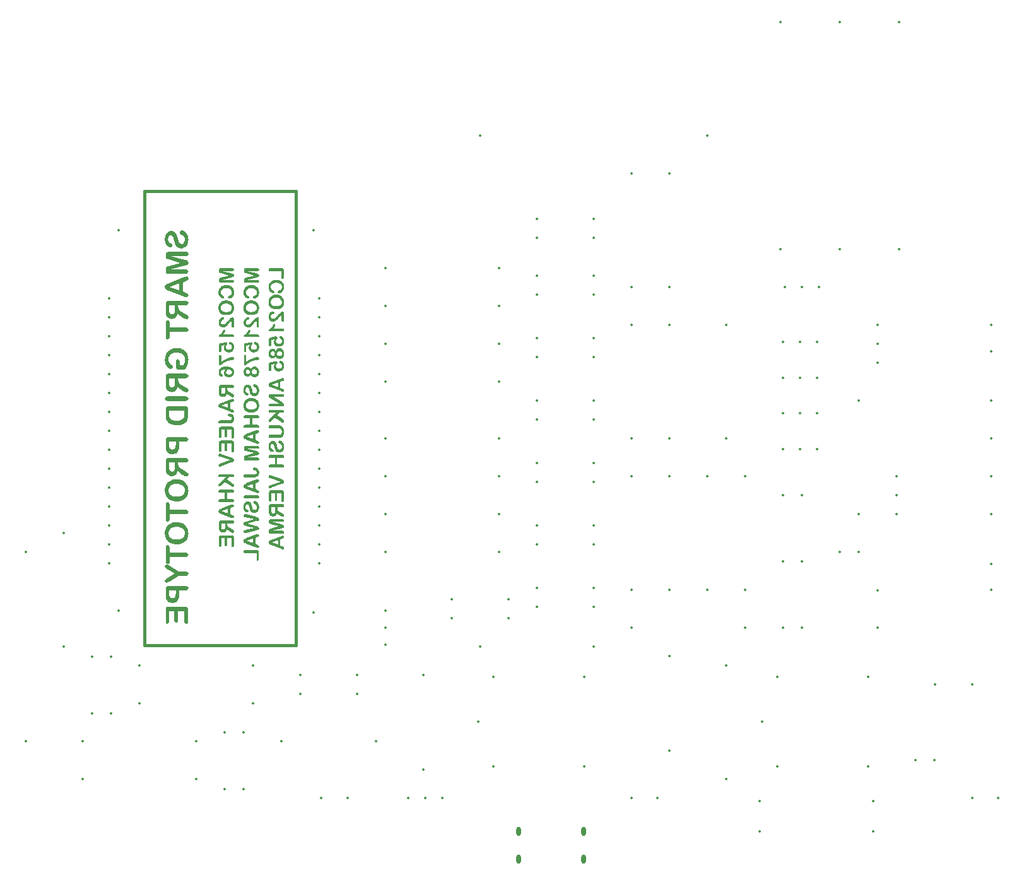
<source format=gbo>
%TF.GenerationSoftware,KiCad,Pcbnew,8.0.3*%
%TF.CreationDate,2024-06-26T23:10:24+05:30*%
%TF.ProjectId,new kicad,6e657720-6b69-4636-9164-2e6b69636164,rev?*%
%TF.SameCoordinates,Original*%
%TF.FileFunction,Legend,Bot*%
%TF.FilePolarity,Positive*%
%FSLAX46Y46*%
G04 Gerber Fmt 4.6, Leading zero omitted, Abs format (unit mm)*
G04 Created by KiCad (PCBNEW 8.0.3) date 2024-06-26 23:10:24*
%MOMM*%
%LPD*%
G01*
G04 APERTURE LIST*
%ADD10C,0.400000*%
%ADD11C,0.100000*%
%ADD12C,0.350000*%
%ADD13O,0.600000X1.200000*%
G04 APERTURE END LIST*
D10*
X94680000Y-63270000D02*
X115000000Y-63270000D01*
X115000000Y-124230000D01*
X94680000Y-124230000D01*
X94680000Y-63270000D01*
D11*
G36*
X99586503Y-70975366D02*
G01*
X99739840Y-70964180D01*
X99884134Y-70930621D01*
X100033857Y-70867094D01*
X100090621Y-70833949D01*
X100208679Y-70744382D01*
X100311435Y-70633949D01*
X100398890Y-70502650D01*
X100440865Y-70420690D01*
X100496003Y-70278449D01*
X100535387Y-70123569D01*
X100556925Y-69977680D01*
X100566402Y-69822114D01*
X100566894Y-69775889D01*
X100560686Y-69613764D01*
X100542061Y-69462613D01*
X100504640Y-69300140D01*
X100450319Y-69152603D01*
X100390307Y-69038032D01*
X100304898Y-68916859D01*
X100203461Y-68810714D01*
X100085995Y-68719595D01*
X100060579Y-68703175D01*
X99920323Y-68630170D01*
X99770280Y-68585090D01*
X99659776Y-68574947D01*
X99514224Y-68614693D01*
X99466336Y-68651884D01*
X99392111Y-68785109D01*
X99385736Y-68848988D01*
X99430075Y-68990816D01*
X99448018Y-69012386D01*
X99567912Y-69098394D01*
X99631933Y-69126692D01*
X99772639Y-69190677D01*
X99874466Y-69251256D01*
X99982829Y-69356700D01*
X100034933Y-69440300D01*
X100082194Y-69580983D01*
X100097702Y-69735337D01*
X100097948Y-69759769D01*
X100085497Y-69919724D01*
X100043040Y-70072699D01*
X99970453Y-70201605D01*
X99865971Y-70305194D01*
X99721675Y-70365621D01*
X99652449Y-70371598D01*
X99500723Y-70342618D01*
X99407718Y-70280006D01*
X99315523Y-70159810D01*
X99263370Y-70042602D01*
X99218651Y-69896864D01*
X99178534Y-69742029D01*
X99157857Y-69654256D01*
X99118198Y-69498185D01*
X99075425Y-69355303D01*
X99023583Y-69210326D01*
X98980537Y-69109106D01*
X98901857Y-68969134D01*
X98805861Y-68850462D01*
X98703565Y-68761060D01*
X98572622Y-68687639D01*
X98421591Y-68644694D01*
X98266859Y-68632100D01*
X98117051Y-68645338D01*
X97964823Y-68690479D01*
X97825757Y-68767655D01*
X97713658Y-68864641D01*
X97619162Y-68985241D01*
X97542268Y-69129454D01*
X97529002Y-69161130D01*
X97478705Y-69313397D01*
X97447816Y-69460813D01*
X97429933Y-69619586D01*
X97424954Y-69767829D01*
X97430402Y-69918126D01*
X97449236Y-70071255D01*
X97485490Y-70222836D01*
X97493831Y-70248499D01*
X97551327Y-70391381D01*
X97628033Y-70523845D01*
X97675547Y-70585554D01*
X97783911Y-70695324D01*
X97912951Y-70781193D01*
X98050638Y-70831554D01*
X98155484Y-70843475D01*
X98299720Y-70803351D01*
X98350390Y-70765806D01*
X98430013Y-70635526D01*
X98436852Y-70573831D01*
X98398705Y-70427892D01*
X98387027Y-70413363D01*
X98269121Y-70322827D01*
X98222163Y-70295394D01*
X98091504Y-70223153D01*
X97972600Y-70125973D01*
X97946657Y-70097557D01*
X97875130Y-69958797D01*
X97849439Y-69803275D01*
X97847006Y-69726796D01*
X97859387Y-69574491D01*
X97901135Y-69433223D01*
X97951786Y-69344312D01*
X98058829Y-69240177D01*
X98203112Y-69199232D01*
X98347934Y-69239551D01*
X98360648Y-69248325D01*
X98458891Y-69358487D01*
X98474221Y-69384612D01*
X98536117Y-69521051D01*
X98548960Y-69559734D01*
X98589325Y-69705574D01*
X98627362Y-69852093D01*
X98666130Y-70007125D01*
X98707332Y-70152569D01*
X98755464Y-70301482D01*
X98759986Y-70314445D01*
X98818821Y-70461208D01*
X98892560Y-70600434D01*
X98936573Y-70666887D01*
X99037492Y-70782132D01*
X99159449Y-70872692D01*
X99198157Y-70894033D01*
X99338602Y-70946693D01*
X99489281Y-70971474D01*
X99586503Y-70975366D01*
G37*
G36*
X100058381Y-72498709D02*
G01*
X98128374Y-72014375D01*
X100219581Y-72014375D01*
X100371622Y-71994958D01*
X100480432Y-71936706D01*
X100558451Y-71807021D01*
X100566894Y-71732274D01*
X100530289Y-71589311D01*
X100481898Y-71530041D01*
X100349708Y-71464579D01*
X100223244Y-71451639D01*
X97852135Y-71451639D01*
X97704854Y-71471274D01*
X97587620Y-71554221D01*
X97531927Y-71693403D01*
X97518743Y-71833391D01*
X97518743Y-72022435D01*
X97526437Y-72170263D01*
X97549518Y-72270830D01*
X97648994Y-72380396D01*
X97658695Y-72385136D01*
X97804198Y-72438600D01*
X97914417Y-72470132D01*
X99535212Y-72909036D01*
X97914417Y-73347941D01*
X97769914Y-73390177D01*
X97658695Y-73432205D01*
X97553465Y-73537048D01*
X97549518Y-73546510D01*
X97521749Y-73697289D01*
X97518743Y-73794905D01*
X97518743Y-73984682D01*
X97533877Y-74132920D01*
X97587620Y-74262386D01*
X97713746Y-74348650D01*
X97852135Y-74365701D01*
X100223244Y-74365701D01*
X100373820Y-74346284D01*
X100481165Y-74288032D01*
X100558522Y-74157308D01*
X100566894Y-74081402D01*
X100526027Y-73935251D01*
X100480432Y-73882100D01*
X100346407Y-73816637D01*
X100219581Y-73803698D01*
X98128374Y-73803698D01*
X100058381Y-73319364D01*
X100203939Y-73281057D01*
X100334619Y-73241695D01*
X100462614Y-73164594D01*
X100495087Y-73131786D01*
X100558409Y-72999491D01*
X100566894Y-72909036D01*
X100538272Y-72761561D01*
X100520000Y-72727320D01*
X100415269Y-72620265D01*
X100402030Y-72612281D01*
X100263304Y-72553377D01*
X100241563Y-72547069D01*
X100099704Y-72509538D01*
X100058381Y-72498709D01*
G37*
G36*
X100354291Y-74767834D02*
G01*
X100481898Y-74847836D01*
X100526720Y-74905825D01*
X100566894Y-75051535D01*
X100562086Y-75114870D01*
X100489958Y-75247173D01*
X100468480Y-75262572D01*
X100337687Y-75331723D01*
X100192470Y-75391521D01*
X99816580Y-75535868D01*
X99816580Y-76764654D01*
X100184410Y-76908269D01*
X100206224Y-76917696D01*
X100341946Y-76977878D01*
X100473838Y-77052616D01*
X100541981Y-77139078D01*
X100566894Y-77262909D01*
X100556504Y-77343714D01*
X100478967Y-77473935D01*
X100428059Y-77516439D01*
X100284794Y-77561863D01*
X100242547Y-77558591D01*
X100099064Y-77521787D01*
X99959462Y-77468806D01*
X97998681Y-76679658D01*
X97904857Y-76643710D01*
X97764207Y-76588066D01*
X97731398Y-76574010D01*
X97599344Y-76499406D01*
X97567051Y-76474748D01*
X97474047Y-76360921D01*
X97446097Y-76297464D01*
X97424954Y-76148429D01*
X97425206Y-76144033D01*
X98081479Y-76144033D01*
X99347634Y-76599057D01*
X99347634Y-75696336D01*
X98081479Y-76144033D01*
X97425206Y-76144033D01*
X97428837Y-76080726D01*
X97474047Y-75936671D01*
X97493264Y-75905931D01*
X97601542Y-75798918D01*
X97660292Y-75763427D01*
X97799378Y-75700000D01*
X97863482Y-75675077D01*
X98003077Y-75620865D01*
X99976315Y-74847836D01*
X100018750Y-74830929D01*
X100160963Y-74779692D01*
X100289190Y-74759176D01*
X100354291Y-74767834D01*
G37*
G36*
X100339179Y-78005204D02*
G01*
X100473105Y-78070376D01*
X100533830Y-78146627D01*
X100566894Y-78296789D01*
X100554014Y-78391689D01*
X100475303Y-78517341D01*
X100339445Y-78586068D01*
X100189539Y-78602337D01*
X99206950Y-78602337D01*
X99206950Y-78816294D01*
X99214206Y-78939269D01*
X99250914Y-79085938D01*
X99308552Y-79186112D01*
X99413579Y-79297697D01*
X99498358Y-79365445D01*
X99628051Y-79453922D01*
X99759427Y-79533635D01*
X100172686Y-79779099D01*
X100264621Y-79834299D01*
X100393970Y-79916120D01*
X100412254Y-79929057D01*
X100517801Y-80036287D01*
X100534485Y-80063824D01*
X100566894Y-80209944D01*
X100566860Y-80215328D01*
X100532456Y-80362351D01*
X100438667Y-80466399D01*
X100319232Y-80504501D01*
X100243551Y-80490172D01*
X100106008Y-80439288D01*
X100026049Y-80403796D01*
X99886348Y-80332253D01*
X99758695Y-80258304D01*
X99640399Y-80182340D01*
X99515233Y-80091508D01*
X99395261Y-79993056D01*
X99324566Y-79927314D01*
X99221972Y-79811515D01*
X99137341Y-79681646D01*
X99132099Y-79705680D01*
X99089118Y-79863134D01*
X99035127Y-80001725D01*
X98959942Y-80137016D01*
X98858171Y-80259769D01*
X98779620Y-80324762D01*
X98644406Y-80397038D01*
X98488326Y-80439059D01*
X98332072Y-80451011D01*
X98322059Y-80450956D01*
X98175818Y-80436723D01*
X98027990Y-80393859D01*
X97893168Y-80324249D01*
X97775931Y-80228262D01*
X97679577Y-80110842D01*
X97608869Y-79976936D01*
X97566086Y-79860587D01*
X97537062Y-79713154D01*
X97531784Y-79665909D01*
X97521767Y-79518207D01*
X97518743Y-79360711D01*
X97518743Y-79167271D01*
X97987690Y-79167271D01*
X97989758Y-79295158D01*
X97999891Y-79443306D01*
X98030921Y-79589323D01*
X98063893Y-79655440D01*
X98168674Y-79766643D01*
X98235436Y-79802937D01*
X98381165Y-79830390D01*
X98487743Y-79819159D01*
X98623698Y-79750523D01*
X98694860Y-79660717D01*
X98748262Y-79521179D01*
X98762537Y-79452096D01*
X98779746Y-79305940D01*
X98784898Y-79150418D01*
X98784898Y-78602337D01*
X97987690Y-78602337D01*
X97987690Y-79167271D01*
X97518743Y-79167271D01*
X97518743Y-78364933D01*
X97535573Y-78212723D01*
X97606671Y-78078436D01*
X97739901Y-78006746D01*
X97890969Y-77989776D01*
X100196866Y-77989776D01*
X100339179Y-78005204D01*
G37*
G36*
X98034584Y-82872679D02*
G01*
X98034584Y-82204431D01*
X100199064Y-82204431D01*
X100353141Y-82185916D01*
X100476769Y-82120167D01*
X100554220Y-81995374D01*
X100566894Y-81901814D01*
X100534605Y-81757796D01*
X100475303Y-81679797D01*
X100342819Y-81611069D01*
X100199064Y-81594801D01*
X98034584Y-81594801D01*
X98034584Y-80927285D01*
X98012328Y-80776383D01*
X97964242Y-80694277D01*
X97832489Y-80622836D01*
X97777397Y-80618073D01*
X97631449Y-80658955D01*
X97588353Y-80697208D01*
X97526969Y-80831997D01*
X97518743Y-80927285D01*
X97518743Y-82872679D01*
X97539009Y-83017886D01*
X97590551Y-83107885D01*
X97722305Y-83180700D01*
X97777397Y-83185554D01*
X97920727Y-83145052D01*
X97964242Y-83107152D01*
X98026272Y-82970800D01*
X98034584Y-82872679D01*
G37*
G36*
X99291214Y-87239741D02*
G01*
X99869337Y-87239741D01*
X100016615Y-87226964D01*
X100053984Y-87217027D01*
X100178548Y-87133496D01*
X100266138Y-87012418D01*
X100285526Y-86978157D01*
X100353853Y-86842419D01*
X100418897Y-86692779D01*
X100471422Y-86546385D01*
X100499483Y-86450593D01*
X100532069Y-86304392D01*
X100553991Y-86151004D01*
X100565248Y-85990429D01*
X100566894Y-85898115D01*
X100561740Y-85748790D01*
X100543227Y-85585346D01*
X100511250Y-85429596D01*
X100465810Y-85281539D01*
X100459183Y-85263572D01*
X100399237Y-85125590D01*
X100317236Y-84982951D01*
X100219818Y-84853642D01*
X100146308Y-84774842D01*
X100024006Y-84668505D01*
X99887910Y-84577006D01*
X99755354Y-84508129D01*
X99648785Y-84464166D01*
X99498347Y-84417042D01*
X99339391Y-84383382D01*
X99193316Y-84364975D01*
X99040721Y-84356875D01*
X98995924Y-84356454D01*
X98843679Y-84361468D01*
X98697254Y-84376510D01*
X98537039Y-84405979D01*
X98384425Y-84448546D01*
X98347459Y-84461235D01*
X98205768Y-84520128D01*
X98075251Y-84591294D01*
X97941775Y-84686026D01*
X97847739Y-84770446D01*
X97739984Y-84892394D01*
X97647532Y-85028252D01*
X97578197Y-85160693D01*
X97534131Y-85267236D01*
X97486366Y-85418361D01*
X97452248Y-85579378D01*
X97433590Y-85728383D01*
X97425381Y-85884961D01*
X97424954Y-85931088D01*
X97430129Y-86079099D01*
X97448322Y-86235102D01*
X97479614Y-86379976D01*
X97507752Y-86470376D01*
X97563337Y-86608722D01*
X97634397Y-86740901D01*
X97715847Y-86852128D01*
X97820069Y-86959224D01*
X97937718Y-87047781D01*
X97981095Y-87072679D01*
X98120901Y-87130424D01*
X98229490Y-87146685D01*
X98374413Y-87106164D01*
X98429525Y-87060956D01*
X98503576Y-86927808D01*
X98511591Y-86856524D01*
X98478618Y-86729762D01*
X98384829Y-86627913D01*
X98262005Y-86547679D01*
X98143251Y-86461297D01*
X98112254Y-86435938D01*
X98012952Y-86324074D01*
X97956915Y-86224912D01*
X97911685Y-86084316D01*
X97894885Y-85936160D01*
X97893900Y-85885659D01*
X97904307Y-85733125D01*
X97939070Y-85582067D01*
X97967906Y-85506838D01*
X98045424Y-85369915D01*
X98148466Y-85251505D01*
X98182595Y-85221074D01*
X98307422Y-85134294D01*
X98441322Y-85070289D01*
X98527711Y-85040090D01*
X98673452Y-85004214D01*
X98829583Y-84983229D01*
X98980537Y-84977076D01*
X99142560Y-84983033D01*
X99292490Y-85000904D01*
X99456444Y-85038075D01*
X99602984Y-85092403D01*
X99732110Y-85163887D01*
X99808520Y-85221074D01*
X99921295Y-85337330D01*
X100006371Y-85471959D01*
X100063748Y-85624961D01*
X100090882Y-85770728D01*
X100097948Y-85902512D01*
X100090117Y-86057724D01*
X100066624Y-86205724D01*
X100042260Y-86300383D01*
X99993900Y-86441239D01*
X99932351Y-86583537D01*
X99883991Y-86679204D01*
X99394528Y-86679204D01*
X99394528Y-86205129D01*
X99381523Y-86055102D01*
X99342505Y-85946475D01*
X99214903Y-85863453D01*
X99162986Y-85859281D01*
X99019509Y-85907652D01*
X98992993Y-85932554D01*
X98929795Y-86071726D01*
X98925582Y-86131123D01*
X98925582Y-86825750D01*
X98935680Y-86976362D01*
X98949030Y-87041905D01*
X99028048Y-87167002D01*
X99051612Y-87184787D01*
X99190834Y-87233248D01*
X99291214Y-87239741D01*
G37*
G36*
X100339179Y-87817904D02*
G01*
X100473105Y-87883077D01*
X100533830Y-87959327D01*
X100566894Y-88109490D01*
X100554014Y-88204390D01*
X100475303Y-88330041D01*
X100339445Y-88398769D01*
X100189539Y-88415038D01*
X99206950Y-88415038D01*
X99206950Y-88628995D01*
X99214206Y-88751970D01*
X99250914Y-88898639D01*
X99308552Y-88998813D01*
X99413579Y-89110397D01*
X99498358Y-89178146D01*
X99628051Y-89266623D01*
X99759427Y-89346336D01*
X100172686Y-89591800D01*
X100264621Y-89647000D01*
X100393970Y-89728820D01*
X100412254Y-89741757D01*
X100517801Y-89848988D01*
X100534485Y-89876525D01*
X100566894Y-90022644D01*
X100566860Y-90028028D01*
X100532456Y-90175052D01*
X100438667Y-90279099D01*
X100319232Y-90317201D01*
X100243551Y-90302872D01*
X100106008Y-90251988D01*
X100026049Y-90216497D01*
X99886348Y-90144953D01*
X99758695Y-90071004D01*
X99640399Y-89995041D01*
X99515233Y-89904208D01*
X99395261Y-89805757D01*
X99324566Y-89740015D01*
X99221972Y-89624215D01*
X99137341Y-89494347D01*
X99132099Y-89518380D01*
X99089118Y-89675835D01*
X99035127Y-89814426D01*
X98959942Y-89949717D01*
X98858171Y-90072470D01*
X98779620Y-90137462D01*
X98644406Y-90209738D01*
X98488326Y-90251759D01*
X98332072Y-90263712D01*
X98322059Y-90263656D01*
X98175818Y-90249424D01*
X98027990Y-90206559D01*
X97893168Y-90136950D01*
X97775931Y-90040963D01*
X97679577Y-89923543D01*
X97608869Y-89789637D01*
X97566086Y-89673287D01*
X97537062Y-89525854D01*
X97531784Y-89478610D01*
X97521767Y-89330908D01*
X97518743Y-89173412D01*
X97518743Y-88979972D01*
X97987690Y-88979972D01*
X97989758Y-89107858D01*
X97999891Y-89256007D01*
X98030921Y-89402023D01*
X98063893Y-89468141D01*
X98168674Y-89579344D01*
X98235436Y-89615637D01*
X98381165Y-89643091D01*
X98487743Y-89631860D01*
X98623698Y-89563224D01*
X98694860Y-89473418D01*
X98748262Y-89333879D01*
X98762537Y-89264797D01*
X98779746Y-89118640D01*
X98784898Y-88963119D01*
X98784898Y-88415038D01*
X97987690Y-88415038D01*
X97987690Y-88979972D01*
X97518743Y-88979972D01*
X97518743Y-88177634D01*
X97535573Y-88025424D01*
X97606671Y-87891137D01*
X97739901Y-87819447D01*
X97890969Y-87802477D01*
X100196866Y-87802477D01*
X100339179Y-87817904D01*
G37*
G36*
X100191737Y-90850628D02*
G01*
X97797913Y-90850628D01*
X97643879Y-90869143D01*
X97518743Y-90934891D01*
X97438143Y-91060028D01*
X97424954Y-91153244D01*
X97457502Y-91298839D01*
X97517278Y-91376727D01*
X97651513Y-91446047D01*
X97797913Y-91462456D01*
X100191737Y-91462456D01*
X100338417Y-91446047D01*
X100473838Y-91376727D01*
X100553808Y-91249587D01*
X100566894Y-91153244D01*
X100530258Y-91006413D01*
X100473105Y-90935624D01*
X100337556Y-90866896D01*
X100191737Y-90850628D01*
G37*
G36*
X100177538Y-92145665D02*
G01*
X100328757Y-92168806D01*
X100361412Y-92180484D01*
X100470174Y-92278715D01*
X100507543Y-92384228D01*
X100520000Y-92530774D01*
X100520000Y-93327983D01*
X100519373Y-93391975D01*
X100511885Y-93548643D01*
X100494354Y-93701674D01*
X100490914Y-93722291D01*
X100455987Y-93871624D01*
X100404961Y-94011618D01*
X100396830Y-94029573D01*
X100325442Y-94158577D01*
X100235701Y-94277599D01*
X100162245Y-94351421D01*
X100043131Y-94449103D01*
X99913300Y-94531123D01*
X99796350Y-94587938D01*
X99657787Y-94638864D01*
X99508834Y-94677669D01*
X99466244Y-94686180D01*
X99318325Y-94708506D01*
X99161246Y-94721529D01*
X99012044Y-94725296D01*
X98960935Y-94724835D01*
X98812536Y-94717923D01*
X98626171Y-94695804D01*
X98452949Y-94658938D01*
X98292871Y-94607327D01*
X98145936Y-94540969D01*
X98012144Y-94459865D01*
X97891496Y-94364015D01*
X97783991Y-94253419D01*
X97697409Y-94136225D01*
X97624318Y-93997891D01*
X97574431Y-93849685D01*
X97558388Y-93777912D01*
X97534460Y-93621377D01*
X97522224Y-93465690D01*
X97518743Y-93315526D01*
X97518743Y-93158722D01*
X97987690Y-93158722D01*
X97987930Y-93193478D01*
X97994963Y-93341875D01*
X98014197Y-93491398D01*
X98049239Y-93637194D01*
X98110358Y-93765761D01*
X98210093Y-93879435D01*
X98334270Y-93969853D01*
X98393679Y-94001452D01*
X98533721Y-94052010D01*
X98679475Y-94082424D01*
X98846897Y-94099935D01*
X99007648Y-94104675D01*
X99161486Y-94099878D01*
X99337202Y-94080390D01*
X99494492Y-94045911D01*
X99658918Y-93984748D01*
X99796811Y-93901998D01*
X99908171Y-93797662D01*
X99933161Y-93766657D01*
X100001228Y-93636461D01*
X100012742Y-93602046D01*
X100042993Y-93457676D01*
X100048503Y-93369399D01*
X100051053Y-93218806D01*
X100051053Y-92754989D01*
X97987690Y-92754989D01*
X97987690Y-93158722D01*
X97518743Y-93158722D01*
X97518743Y-92518318D01*
X97535573Y-92366108D01*
X97606671Y-92231821D01*
X97740133Y-92160131D01*
X97891702Y-92143161D01*
X100092086Y-92143161D01*
X100177538Y-92145665D01*
G37*
G36*
X100341792Y-96310929D02*
G01*
X100473838Y-96379064D01*
X100534088Y-96456831D01*
X100566894Y-96601814D01*
X100553705Y-96694344D01*
X100473105Y-96820167D01*
X100348067Y-96887631D01*
X100196866Y-96906629D01*
X99347634Y-96906629D01*
X99347634Y-97467166D01*
X99345560Y-97570232D01*
X99332888Y-97731132D01*
X99308695Y-97878436D01*
X99264456Y-98037255D01*
X99203628Y-98176496D01*
X99111695Y-98314200D01*
X99015439Y-98410818D01*
X98883475Y-98498273D01*
X98730333Y-98558520D01*
X98582213Y-98588504D01*
X98418534Y-98598499D01*
X98326962Y-98595133D01*
X98179443Y-98573701D01*
X98033119Y-98528157D01*
X97991090Y-98509736D01*
X97857152Y-98429213D01*
X97743691Y-98323726D01*
X97708242Y-98280360D01*
X97626497Y-98145801D01*
X97573698Y-98003524D01*
X97557866Y-97940988D01*
X97534253Y-97792410D01*
X97522178Y-97631893D01*
X97518743Y-97467899D01*
X97518743Y-97319155D01*
X97987690Y-97319155D01*
X97989705Y-97417387D01*
X98002928Y-97568354D01*
X98038065Y-97723301D01*
X98116650Y-97861374D01*
X98140081Y-97882326D01*
X98275975Y-97956171D01*
X98430990Y-97978611D01*
X98551808Y-97966034D01*
X98691842Y-97902407D01*
X98773029Y-97815671D01*
X98835457Y-97680390D01*
X98850148Y-97623486D01*
X98872608Y-97471276D01*
X98878688Y-97319155D01*
X98878688Y-96906629D01*
X97987690Y-96906629D01*
X97987690Y-97319155D01*
X97518743Y-97319155D01*
X97518743Y-96682414D01*
X97535153Y-96526357D01*
X97604473Y-96387124D01*
X97737317Y-96312472D01*
X97890969Y-96294801D01*
X100201263Y-96294801D01*
X100341792Y-96310929D01*
G37*
G36*
X100339179Y-99104855D02*
G01*
X100473105Y-99170027D01*
X100533830Y-99246278D01*
X100566894Y-99396441D01*
X100554014Y-99491340D01*
X100475303Y-99616992D01*
X100339445Y-99685719D01*
X100189539Y-99701988D01*
X99206950Y-99701988D01*
X99206950Y-99915945D01*
X99214206Y-100038920D01*
X99250914Y-100185589D01*
X99308552Y-100285763D01*
X99413579Y-100397348D01*
X99498358Y-100465096D01*
X99628051Y-100553573D01*
X99759427Y-100633286D01*
X100172686Y-100878750D01*
X100264621Y-100933950D01*
X100393970Y-101015771D01*
X100412254Y-101028708D01*
X100517801Y-101135938D01*
X100534485Y-101163476D01*
X100566894Y-101309595D01*
X100566860Y-101314979D01*
X100532456Y-101462002D01*
X100438667Y-101566050D01*
X100319232Y-101604152D01*
X100243551Y-101589823D01*
X100106008Y-101538939D01*
X100026049Y-101503447D01*
X99886348Y-101431904D01*
X99758695Y-101357955D01*
X99640399Y-101281991D01*
X99515233Y-101191159D01*
X99395261Y-101092707D01*
X99324566Y-101026965D01*
X99221972Y-100911166D01*
X99137341Y-100781297D01*
X99132099Y-100805331D01*
X99089118Y-100962785D01*
X99035127Y-101101376D01*
X98959942Y-101236668D01*
X98858171Y-101359420D01*
X98779620Y-101424413D01*
X98644406Y-101496689D01*
X98488326Y-101538710D01*
X98332072Y-101550662D01*
X98322059Y-101550607D01*
X98175818Y-101536374D01*
X98027990Y-101493510D01*
X97893168Y-101423900D01*
X97775931Y-101327913D01*
X97679577Y-101210493D01*
X97608869Y-101076587D01*
X97566086Y-100960238D01*
X97537062Y-100812805D01*
X97531784Y-100765560D01*
X97521767Y-100617858D01*
X97518743Y-100460362D01*
X97518743Y-100266922D01*
X97987690Y-100266922D01*
X97989758Y-100394809D01*
X97999891Y-100542957D01*
X98030921Y-100688974D01*
X98063893Y-100755091D01*
X98168674Y-100866294D01*
X98235436Y-100902588D01*
X98381165Y-100930041D01*
X98487743Y-100918810D01*
X98623698Y-100850174D01*
X98694860Y-100760368D01*
X98748262Y-100620830D01*
X98762537Y-100551747D01*
X98779746Y-100405591D01*
X98784898Y-100250069D01*
X98784898Y-99701988D01*
X97987690Y-99701988D01*
X97987690Y-100266922D01*
X97518743Y-100266922D01*
X97518743Y-99464584D01*
X97535573Y-99312374D01*
X97606671Y-99178087D01*
X97739901Y-99106397D01*
X97890969Y-99089427D01*
X100196866Y-99089427D01*
X100339179Y-99104855D01*
G37*
G36*
X99009159Y-101972808D02*
G01*
X99155659Y-101978713D01*
X99317592Y-101996711D01*
X99473663Y-102026707D01*
X99623872Y-102068702D01*
X99731343Y-102107891D01*
X99865341Y-102170081D01*
X100003389Y-102253621D01*
X100127990Y-102351535D01*
X100203003Y-102425148D01*
X100303158Y-102547837D01*
X100388475Y-102685247D01*
X100451856Y-102819748D01*
X100458933Y-102837360D01*
X100507465Y-102983401D01*
X100541617Y-103138603D01*
X100561389Y-103302963D01*
X100566894Y-103454291D01*
X100566785Y-103476515D01*
X100559933Y-103627673D01*
X100539050Y-103790980D01*
X100504246Y-103944212D01*
X100455519Y-104087369D01*
X100418071Y-104171564D01*
X100338492Y-104312388D01*
X100243264Y-104439417D01*
X100132386Y-104552651D01*
X100050298Y-104620469D01*
X99917118Y-104709637D01*
X99771884Y-104783736D01*
X99632665Y-104836950D01*
X99614560Y-104842810D01*
X99465232Y-104882996D01*
X99307936Y-104911275D01*
X99142671Y-104927647D01*
X98991528Y-104932205D01*
X98932474Y-104931526D01*
X98761085Y-104921351D01*
X98598350Y-104898966D01*
X98444271Y-104864370D01*
X98298847Y-104817564D01*
X98162079Y-104758548D01*
X98076144Y-104712752D01*
X97937989Y-104620268D01*
X97815401Y-104512076D01*
X97708381Y-104388177D01*
X97616929Y-104248569D01*
X97593682Y-104205919D01*
X97532940Y-104071752D01*
X97485696Y-103928261D01*
X97451951Y-103775444D01*
X97431703Y-103613302D01*
X97424954Y-103441835D01*
X97893900Y-103441835D01*
X97894026Y-103457897D01*
X97909052Y-103612142D01*
X97949123Y-103754795D01*
X98022128Y-103898325D01*
X98047102Y-103934751D01*
X98145792Y-104044546D01*
X98268237Y-104136452D01*
X98398750Y-104203872D01*
X98512056Y-104245842D01*
X98670409Y-104284656D01*
X98823138Y-104304852D01*
X98987131Y-104311584D01*
X99142482Y-104306009D01*
X99306373Y-104285985D01*
X99455701Y-104251398D01*
X99606287Y-104195080D01*
X99637190Y-104180202D01*
X99763575Y-104105459D01*
X99879667Y-104007457D01*
X99977780Y-103881472D01*
X100041150Y-103754947D01*
X100083748Y-103607010D01*
X100097948Y-103449895D01*
X100096860Y-103404557D01*
X100075923Y-103253089D01*
X100028339Y-103112840D01*
X100009837Y-103075093D01*
X99927772Y-102951453D01*
X99818778Y-102840997D01*
X99733906Y-102778459D01*
X99602890Y-102708237D01*
X99464870Y-102657083D01*
X99451494Y-102653116D01*
X99297740Y-102617790D01*
X99147444Y-102598899D01*
X98987131Y-102592602D01*
X98970833Y-102592665D01*
X98813440Y-102600222D01*
X98666207Y-102620372D01*
X98515987Y-102657083D01*
X98427595Y-102687857D01*
X98292870Y-102751055D01*
X98170872Y-102834403D01*
X98138002Y-102863277D01*
X98039006Y-102974795D01*
X97964975Y-103102581D01*
X97948317Y-103142023D01*
X97907505Y-103286740D01*
X97893900Y-103441835D01*
X97424954Y-103441835D01*
X97425061Y-103420291D01*
X97431778Y-103273490D01*
X97452248Y-103114305D01*
X97486366Y-102964279D01*
X97534131Y-102823412D01*
X97570381Y-102740465D01*
X97647532Y-102601258D01*
X97739984Y-102475034D01*
X97847739Y-102361793D01*
X97927740Y-102294018D01*
X98059239Y-102204045D01*
X98204532Y-102128098D01*
X98345261Y-102072365D01*
X98363590Y-102066234D01*
X98514292Y-102024194D01*
X98672229Y-101994610D01*
X98837402Y-101977483D01*
X98987864Y-101972714D01*
X99009159Y-101972808D01*
G37*
G36*
X98034584Y-107319434D02*
G01*
X98034584Y-106651186D01*
X100199064Y-106651186D01*
X100353141Y-106632671D01*
X100476769Y-106566922D01*
X100554220Y-106442129D01*
X100566894Y-106348569D01*
X100534605Y-106204551D01*
X100475303Y-106126552D01*
X100342819Y-106057825D01*
X100199064Y-106041556D01*
X98034584Y-106041556D01*
X98034584Y-105374040D01*
X98012328Y-105223138D01*
X97964242Y-105141032D01*
X97832489Y-105069591D01*
X97777397Y-105064829D01*
X97631449Y-105105710D01*
X97588353Y-105143963D01*
X97526969Y-105278752D01*
X97518743Y-105374040D01*
X97518743Y-107319434D01*
X97539009Y-107464641D01*
X97590551Y-107554640D01*
X97722305Y-107627455D01*
X97777397Y-107632309D01*
X97920727Y-107591807D01*
X97964242Y-107553907D01*
X98026272Y-107417555D01*
X98034584Y-107319434D01*
G37*
G36*
X99009159Y-107734985D02*
G01*
X99155659Y-107740891D01*
X99317592Y-107758888D01*
X99473663Y-107788884D01*
X99623872Y-107830879D01*
X99731343Y-107870068D01*
X99865341Y-107932259D01*
X100003389Y-108015798D01*
X100127990Y-108113712D01*
X100203003Y-108187325D01*
X100303158Y-108310014D01*
X100388475Y-108447424D01*
X100451856Y-108581926D01*
X100458933Y-108599537D01*
X100507465Y-108745579D01*
X100541617Y-108900780D01*
X100561389Y-109065140D01*
X100566894Y-109216468D01*
X100566785Y-109238692D01*
X100559933Y-109389850D01*
X100539050Y-109553157D01*
X100504246Y-109706389D01*
X100455519Y-109849546D01*
X100418071Y-109933742D01*
X100338492Y-110074565D01*
X100243264Y-110201594D01*
X100132386Y-110314829D01*
X100050298Y-110382646D01*
X99917118Y-110471814D01*
X99771884Y-110545913D01*
X99632665Y-110599127D01*
X99614560Y-110604988D01*
X99465232Y-110645173D01*
X99307936Y-110673452D01*
X99142671Y-110689824D01*
X98991528Y-110694382D01*
X98932474Y-110693704D01*
X98761085Y-110683528D01*
X98598350Y-110661143D01*
X98444271Y-110626547D01*
X98298847Y-110579741D01*
X98162079Y-110520725D01*
X98076144Y-110474930D01*
X97937989Y-110382446D01*
X97815401Y-110274254D01*
X97708381Y-110150354D01*
X97616929Y-110010746D01*
X97593682Y-109968096D01*
X97532940Y-109833930D01*
X97485696Y-109690438D01*
X97451951Y-109537621D01*
X97431703Y-109375479D01*
X97424954Y-109204012D01*
X97893900Y-109204012D01*
X97894026Y-109220074D01*
X97909052Y-109374319D01*
X97949123Y-109516972D01*
X98022128Y-109660502D01*
X98047102Y-109696929D01*
X98145792Y-109806724D01*
X98268237Y-109898629D01*
X98398750Y-109966050D01*
X98512056Y-110008019D01*
X98670409Y-110046833D01*
X98823138Y-110067029D01*
X98987131Y-110073761D01*
X99142482Y-110068186D01*
X99306373Y-110048162D01*
X99455701Y-110013575D01*
X99606287Y-109957257D01*
X99637190Y-109942379D01*
X99763575Y-109867637D01*
X99879667Y-109769634D01*
X99977780Y-109643649D01*
X100041150Y-109517125D01*
X100083748Y-109369187D01*
X100097948Y-109212072D01*
X100096860Y-109166734D01*
X100075923Y-109015266D01*
X100028339Y-108875017D01*
X100009837Y-108837270D01*
X99927772Y-108713631D01*
X99818778Y-108603175D01*
X99733906Y-108540636D01*
X99602890Y-108470414D01*
X99464870Y-108419260D01*
X99451494Y-108415293D01*
X99297740Y-108379967D01*
X99147444Y-108361077D01*
X98987131Y-108354780D01*
X98970833Y-108354843D01*
X98813440Y-108362399D01*
X98666207Y-108382549D01*
X98515987Y-108419260D01*
X98427595Y-108450034D01*
X98292870Y-108513232D01*
X98170872Y-108596580D01*
X98138002Y-108625454D01*
X98039006Y-108736972D01*
X97964975Y-108864759D01*
X97948317Y-108904200D01*
X97907505Y-109048917D01*
X97893900Y-109204012D01*
X97424954Y-109204012D01*
X97425061Y-109182468D01*
X97431778Y-109035668D01*
X97452248Y-108876482D01*
X97486366Y-108726456D01*
X97534131Y-108585589D01*
X97570381Y-108502642D01*
X97647532Y-108363435D01*
X97739984Y-108237211D01*
X97847739Y-108123970D01*
X97927740Y-108056196D01*
X98059239Y-107966222D01*
X98204532Y-107890276D01*
X98345261Y-107834542D01*
X98363590Y-107828412D01*
X98514292Y-107786371D01*
X98672229Y-107756787D01*
X98837402Y-107739660D01*
X98987864Y-107734891D01*
X99009159Y-107734985D01*
G37*
G36*
X98034584Y-113055233D02*
G01*
X98034584Y-112386985D01*
X100199064Y-112386985D01*
X100353141Y-112368470D01*
X100476769Y-112302721D01*
X100554220Y-112177928D01*
X100566894Y-112084368D01*
X100534605Y-111940350D01*
X100475303Y-111862351D01*
X100342819Y-111793624D01*
X100199064Y-111777355D01*
X98034584Y-111777355D01*
X98034584Y-111109839D01*
X98012328Y-110958937D01*
X97964242Y-110876831D01*
X97832489Y-110805390D01*
X97777397Y-110800628D01*
X97631449Y-110841509D01*
X97588353Y-110879762D01*
X97526969Y-111014551D01*
X97518743Y-111109839D01*
X97518743Y-113055233D01*
X97539009Y-113200440D01*
X97590551Y-113290439D01*
X97722305Y-113363254D01*
X97777397Y-113368108D01*
X97920727Y-113327606D01*
X97964242Y-113289706D01*
X98026272Y-113153354D01*
X98034584Y-113055233D01*
G37*
G36*
X100191737Y-114311130D02*
G01*
X99228199Y-114311130D01*
X98077815Y-113573272D01*
X97947158Y-113494994D01*
X97835282Y-113436252D01*
X97692400Y-113396109D01*
X97684340Y-113395952D01*
X97541870Y-113441702D01*
X97501891Y-113477285D01*
X97432467Y-113607127D01*
X97424954Y-113678053D01*
X97459587Y-113822251D01*
X97498227Y-113868562D01*
X97617438Y-113956049D01*
X97751390Y-114039717D01*
X97791318Y-114063468D01*
X98738004Y-114628401D01*
X97791318Y-115199197D01*
X97663285Y-115274274D01*
X97644040Y-115285659D01*
X97532665Y-115362595D01*
X97452798Y-115456385D01*
X97424954Y-115582414D01*
X97463943Y-115728773D01*
X97500425Y-115775122D01*
X97633107Y-115848377D01*
X97675547Y-115852058D01*
X97822361Y-115820164D01*
X97837480Y-115813224D01*
X97970091Y-115737955D01*
X98060963Y-115679134D01*
X99228199Y-114922958D01*
X100191737Y-114922958D01*
X100338417Y-114906409D01*
X100473838Y-114836496D01*
X100553808Y-114709814D01*
X100566894Y-114615945D01*
X100534346Y-114472798D01*
X100474570Y-114395394D01*
X100339640Y-114327259D01*
X100191737Y-114311130D01*
G37*
G36*
X100341792Y-116276317D02*
G01*
X100473838Y-116344452D01*
X100534088Y-116422218D01*
X100566894Y-116567201D01*
X100553705Y-116659731D01*
X100473105Y-116785554D01*
X100348067Y-116853018D01*
X100196866Y-116872016D01*
X99347634Y-116872016D01*
X99347634Y-117432554D01*
X99345560Y-117535619D01*
X99332888Y-117696519D01*
X99308695Y-117843823D01*
X99264456Y-118002642D01*
X99203628Y-118141883D01*
X99111695Y-118279588D01*
X99015439Y-118376205D01*
X98883475Y-118463660D01*
X98730333Y-118523907D01*
X98582213Y-118553892D01*
X98418534Y-118563886D01*
X98326962Y-118560520D01*
X98179443Y-118539088D01*
X98033119Y-118493545D01*
X97991090Y-118475123D01*
X97857152Y-118394600D01*
X97743691Y-118289113D01*
X97708242Y-118245747D01*
X97626497Y-118111188D01*
X97573698Y-117968911D01*
X97557866Y-117906375D01*
X97534253Y-117757797D01*
X97522178Y-117597280D01*
X97518743Y-117433286D01*
X97518743Y-117284542D01*
X97987690Y-117284542D01*
X97989705Y-117382774D01*
X98002928Y-117533742D01*
X98038065Y-117688688D01*
X98116650Y-117826762D01*
X98140081Y-117847713D01*
X98275975Y-117921558D01*
X98430990Y-117943998D01*
X98551808Y-117931422D01*
X98691842Y-117867794D01*
X98773029Y-117781058D01*
X98835457Y-117645778D01*
X98850148Y-117588874D01*
X98872608Y-117436664D01*
X98878688Y-117284542D01*
X98878688Y-116872016D01*
X97987690Y-116872016D01*
X97987690Y-117284542D01*
X97518743Y-117284542D01*
X97518743Y-116647801D01*
X97535153Y-116491744D01*
X97604473Y-116352512D01*
X97737317Y-116277859D01*
X97890969Y-116260188D01*
X100201263Y-116260188D01*
X100341792Y-116276317D01*
G37*
G36*
X97987690Y-121050034D02*
G01*
X97987690Y-119671039D01*
X98691109Y-119671039D01*
X98691109Y-120940858D01*
X98716010Y-121088033D01*
X98754856Y-121149685D01*
X98885534Y-121216847D01*
X98923384Y-121219295D01*
X99068015Y-121174309D01*
X99094110Y-121151151D01*
X99154839Y-121014963D01*
X99160055Y-120940858D01*
X99160055Y-119671039D01*
X100051053Y-119671039D01*
X100051053Y-121097662D01*
X100073785Y-121243406D01*
X100115533Y-121314549D01*
X100248853Y-121385246D01*
X100287725Y-121387822D01*
X100429974Y-121339451D01*
X100455519Y-121314549D01*
X100514899Y-121172881D01*
X100520000Y-121097662D01*
X100520000Y-119434368D01*
X100503170Y-119280795D01*
X100432072Y-119146406D01*
X100298610Y-119075901D01*
X100147041Y-119059211D01*
X97891702Y-119059211D01*
X97740384Y-119075936D01*
X97677745Y-119098046D01*
X97566909Y-119200948D01*
X97556845Y-119221144D01*
X97521757Y-119365067D01*
X97518743Y-119434368D01*
X97518743Y-121050034D01*
X97541475Y-121197451D01*
X97583224Y-121267655D01*
X97714608Y-121336231D01*
X97752484Y-121338729D01*
X97893001Y-121295349D01*
X97923210Y-121267655D01*
X97982589Y-121126496D01*
X97987690Y-121050034D01*
G37*
G36*
X106362254Y-74329790D02*
G01*
X105075582Y-74006901D01*
X106469720Y-74006901D01*
X106571081Y-73993956D01*
X106643621Y-73955122D01*
X106695634Y-73868665D01*
X106701263Y-73818834D01*
X106676859Y-73723525D01*
X106644598Y-73684012D01*
X106556472Y-73640370D01*
X106472163Y-73631744D01*
X104891423Y-73631744D01*
X104793236Y-73644834D01*
X104715080Y-73700132D01*
X104677951Y-73792920D01*
X104669162Y-73886245D01*
X104669162Y-74012274D01*
X104674291Y-74110826D01*
X104689678Y-74177871D01*
X104755996Y-74250915D01*
X104762463Y-74254075D01*
X104859465Y-74289718D01*
X104932944Y-74310739D01*
X106013475Y-74603342D01*
X104932944Y-74895945D01*
X104836609Y-74924102D01*
X104762463Y-74952121D01*
X104692310Y-75022016D01*
X104689678Y-75028325D01*
X104671166Y-75128844D01*
X104669162Y-75193921D01*
X104669162Y-75320439D01*
X104679251Y-75419264D01*
X104715080Y-75505575D01*
X104799164Y-75563084D01*
X104891423Y-75574452D01*
X106472163Y-75574452D01*
X106572547Y-75561507D01*
X106644110Y-75522672D01*
X106695681Y-75435523D01*
X106701263Y-75384919D01*
X106674018Y-75287485D01*
X106643621Y-75252051D01*
X106554271Y-75208409D01*
X106469720Y-75199783D01*
X105075582Y-75199783D01*
X106362254Y-74876894D01*
X106459292Y-74851355D01*
X106546413Y-74825115D01*
X106631743Y-74773714D01*
X106653391Y-74751842D01*
X106695606Y-74663645D01*
X106701263Y-74603342D01*
X106682181Y-74505025D01*
X106670000Y-74482198D01*
X106600179Y-74410828D01*
X106591353Y-74405505D01*
X106498869Y-74366236D01*
X106484375Y-74362030D01*
X106389802Y-74337010D01*
X106362254Y-74329790D01*
G37*
G36*
X106033991Y-77696922D02*
G01*
X106133642Y-77685076D01*
X106227248Y-77655277D01*
X106241109Y-77649539D01*
X106330956Y-77602091D01*
X106412747Y-77542408D01*
X106459951Y-77500551D01*
X106529043Y-77424002D01*
X106583540Y-77342791D01*
X106630118Y-77250513D01*
X106634340Y-77240676D01*
X106666690Y-77147752D01*
X106688453Y-77046480D01*
X106699629Y-76936863D01*
X106701263Y-76872358D01*
X106697799Y-76766282D01*
X106687409Y-76667017D01*
X106671953Y-76582686D01*
X106645735Y-76488233D01*
X106606945Y-76393505D01*
X106581584Y-76345771D01*
X106524809Y-76262069D01*
X106455297Y-76184011D01*
X106418918Y-76149888D01*
X106337337Y-76088983D01*
X106248179Y-76035657D01*
X106204473Y-76013600D01*
X106112882Y-75975384D01*
X106016894Y-75944999D01*
X105950460Y-75929092D01*
X105846710Y-75912125D01*
X105747624Y-75903451D01*
X105663719Y-75901249D01*
X105558486Y-75904615D01*
X105458208Y-75914713D01*
X105349672Y-75934496D01*
X105247609Y-75963073D01*
X105223105Y-75971591D01*
X105129193Y-76010822D01*
X105042365Y-76057686D01*
X104953150Y-76119532D01*
X104889958Y-76174312D01*
X104817177Y-76252094D01*
X104754907Y-76337064D01*
X104703146Y-76429220D01*
X104678932Y-76483524D01*
X104643984Y-76585121D01*
X104620474Y-76690428D01*
X104608401Y-76799444D01*
X104606636Y-76861612D01*
X104611311Y-76965920D01*
X104625336Y-77065133D01*
X104652813Y-77172279D01*
X104692503Y-77272770D01*
X104704333Y-77296852D01*
X104755838Y-77386764D01*
X104820714Y-77474558D01*
X104892932Y-77548211D01*
X104945157Y-77589455D01*
X105033342Y-77643294D01*
X105126709Y-77679485D01*
X105216266Y-77691549D01*
X105312437Y-77663522D01*
X105340341Y-77641723D01*
X105390259Y-77556177D01*
X105393586Y-77522533D01*
X105372154Y-77426820D01*
X105355484Y-77404808D01*
X105272450Y-77344089D01*
X105224570Y-77317857D01*
X105136290Y-77265068D01*
X105056703Y-77200719D01*
X104995471Y-77129790D01*
X104949034Y-77042046D01*
X104924030Y-76940013D01*
X104919267Y-76864054D01*
X104928640Y-76759068D01*
X104956760Y-76663805D01*
X105011852Y-76566841D01*
X105080143Y-76492416D01*
X105115150Y-76463496D01*
X105208535Y-76405443D01*
X105301157Y-76367032D01*
X105405387Y-76339096D01*
X105521227Y-76321637D01*
X105626628Y-76315090D01*
X105671046Y-76314508D01*
X105772336Y-76317663D01*
X105878650Y-76328998D01*
X105974890Y-76348575D01*
X106071116Y-76380453D01*
X106163079Y-76427012D01*
X106246056Y-76490568D01*
X106309986Y-76567055D01*
X106354762Y-76655190D01*
X106380951Y-76753023D01*
X106388632Y-76850376D01*
X106379902Y-76954991D01*
X106350133Y-77057834D01*
X106299239Y-77147864D01*
X106227911Y-77224445D01*
X106145937Y-77281842D01*
X106047648Y-77327599D01*
X106036922Y-77331535D01*
X105942895Y-77370985D01*
X105904054Y-77396015D01*
X105854752Y-77484636D01*
X105852274Y-77519602D01*
X105879276Y-77613630D01*
X105904542Y-77644654D01*
X105992350Y-77692788D01*
X106033991Y-77696922D01*
G37*
G36*
X105662773Y-77958813D02*
G01*
X105760439Y-77962750D01*
X105868394Y-77974748D01*
X105972442Y-77994746D01*
X106072581Y-78022742D01*
X106144229Y-78048868D01*
X106233560Y-78090329D01*
X106325592Y-78146022D01*
X106408660Y-78211297D01*
X106458668Y-78260373D01*
X106525438Y-78342165D01*
X106582316Y-78433772D01*
X106624570Y-78523440D01*
X106629289Y-78535181D01*
X106661643Y-78632542D01*
X106684411Y-78736009D01*
X106697593Y-78845583D01*
X106701263Y-78946468D01*
X106701190Y-78961284D01*
X106696622Y-79062056D01*
X106682700Y-79170928D01*
X106659497Y-79273082D01*
X106627013Y-79368520D01*
X106602047Y-79424651D01*
X106548994Y-79518533D01*
X106485509Y-79603219D01*
X106411591Y-79678709D01*
X106356865Y-79723920D01*
X106268079Y-79783366D01*
X106171256Y-79832765D01*
X106078443Y-79868241D01*
X106066373Y-79872148D01*
X105966821Y-79898938D01*
X105861957Y-79917791D01*
X105751780Y-79928705D01*
X105651018Y-79931744D01*
X105611649Y-79931292D01*
X105497390Y-79924508D01*
X105388900Y-79909585D01*
X105286181Y-79886521D01*
X105189231Y-79855317D01*
X105098053Y-79815973D01*
X105040762Y-79785443D01*
X104948659Y-79723787D01*
X104866934Y-79651659D01*
X104795587Y-79569059D01*
X104734619Y-79475987D01*
X104719121Y-79447554D01*
X104678627Y-79358109D01*
X104647131Y-79262448D01*
X104624634Y-79160570D01*
X104611135Y-79052476D01*
X104606636Y-78938164D01*
X104919267Y-78938164D01*
X104919350Y-78948872D01*
X104929368Y-79051702D01*
X104956082Y-79146804D01*
X105004752Y-79242491D01*
X105021401Y-79266775D01*
X105087194Y-79339972D01*
X105168825Y-79401242D01*
X105255833Y-79446189D01*
X105331371Y-79474169D01*
X105436939Y-79500045D01*
X105538758Y-79513509D01*
X105648087Y-79517997D01*
X105751655Y-79514280D01*
X105860915Y-79500931D01*
X105960467Y-79477873D01*
X106060858Y-79440327D01*
X106081460Y-79430409D01*
X106165717Y-79380581D01*
X106243111Y-79315246D01*
X106308520Y-79231256D01*
X106350766Y-79146906D01*
X106379165Y-79048281D01*
X106388632Y-78943538D01*
X106387907Y-78913312D01*
X106373949Y-78812333D01*
X106342226Y-78718834D01*
X106329891Y-78693669D01*
X106275181Y-78611243D01*
X106202519Y-78537606D01*
X106145937Y-78495913D01*
X106058593Y-78449099D01*
X105966580Y-78414996D01*
X105957662Y-78412351D01*
X105855160Y-78388801D01*
X105754963Y-78376207D01*
X105648087Y-78372009D01*
X105637222Y-78372051D01*
X105532293Y-78377089D01*
X105434138Y-78390522D01*
X105333991Y-78414996D01*
X105275063Y-78435512D01*
X105185247Y-78477644D01*
X105103914Y-78533210D01*
X105082001Y-78552459D01*
X105016004Y-78626804D01*
X104966650Y-78711995D01*
X104955544Y-78738290D01*
X104928336Y-78834767D01*
X104919267Y-78938164D01*
X104606636Y-78938164D01*
X104606707Y-78923802D01*
X104611185Y-78825935D01*
X104624832Y-78719811D01*
X104647577Y-78619794D01*
X104679420Y-78525882D01*
X104703587Y-78470584D01*
X104755021Y-78377780D01*
X104816656Y-78293630D01*
X104888492Y-78218136D01*
X104941827Y-78172953D01*
X105029492Y-78112971D01*
X105126354Y-78062340D01*
X105220174Y-78025184D01*
X105232393Y-78021097D01*
X105332861Y-77993070D01*
X105438153Y-77973348D01*
X105548268Y-77961929D01*
X105648576Y-77958750D01*
X105662773Y-77958813D01*
G37*
G36*
X106357369Y-80677662D02*
G01*
X106357369Y-81394759D01*
X106369363Y-81494467D01*
X106399867Y-81558401D01*
X106484756Y-81611889D01*
X106515150Y-81614577D01*
X106610526Y-81582583D01*
X106625059Y-81569637D01*
X106667191Y-81477130D01*
X106670000Y-81434815D01*
X106670000Y-80423649D01*
X106654283Y-80326958D01*
X106614312Y-80262937D01*
X106528507Y-80210925D01*
X106483398Y-80205296D01*
X106384174Y-80229804D01*
X106355415Y-80242421D01*
X106268823Y-80291499D01*
X106229874Y-80323510D01*
X106148717Y-80401732D01*
X106072795Y-80476541D01*
X106002110Y-80547938D01*
X105927738Y-80625355D01*
X105901612Y-80653237D01*
X105832094Y-80729298D01*
X105767278Y-80804210D01*
X105721849Y-80863286D01*
X105661330Y-80942558D01*
X105595613Y-81016344D01*
X105560160Y-81050865D01*
X105483173Y-81113097D01*
X105393586Y-81164682D01*
X105298498Y-81196676D01*
X105226036Y-81204249D01*
X105127178Y-81189439D01*
X105067278Y-81162240D01*
X104991753Y-81097897D01*
X104958346Y-81047934D01*
X104924762Y-80952832D01*
X104919267Y-80890642D01*
X104934866Y-80785779D01*
X104981663Y-80695896D01*
X105059659Y-80620992D01*
X105079002Y-80607808D01*
X105170631Y-80569661D01*
X105192819Y-80561891D01*
X105283786Y-80522993D01*
X105335945Y-80489106D01*
X105383386Y-80402500D01*
X105385771Y-80369916D01*
X105355780Y-80273942D01*
X105340341Y-80256099D01*
X105248321Y-80212843D01*
X105215289Y-80210669D01*
X105117470Y-80221294D01*
X105021993Y-80250553D01*
X105015498Y-80253168D01*
X104928197Y-80298395D01*
X104848375Y-80359703D01*
X104826943Y-80380174D01*
X104763365Y-80456334D01*
X104710752Y-80547490D01*
X104690167Y-80594619D01*
X104660409Y-80689204D01*
X104643003Y-80794293D01*
X104637899Y-80898946D01*
X104642051Y-81000123D01*
X104656648Y-81104752D01*
X104681756Y-81199643D01*
X104704333Y-81257494D01*
X104753306Y-81342559D01*
X104816876Y-81417321D01*
X104826454Y-81426510D01*
X104904636Y-81487662D01*
X104993551Y-81534645D01*
X105006217Y-81539839D01*
X105103540Y-81568941D01*
X105204083Y-81580225D01*
X105217732Y-81580383D01*
X105322193Y-81572131D01*
X105420644Y-81547372D01*
X105513084Y-81506109D01*
X105530851Y-81495875D01*
X105612863Y-81442724D01*
X105695661Y-81378061D01*
X105751646Y-81323440D01*
X105817181Y-81248963D01*
X105886858Y-81167163D01*
X105951042Y-81090557D01*
X106002240Y-81028883D01*
X106073179Y-80944677D01*
X106145322Y-80863611D01*
X106215097Y-80791754D01*
X106266999Y-80745073D01*
X106347610Y-80684148D01*
X106357369Y-80677662D01*
G37*
G36*
X106479002Y-82507041D02*
G01*
X105231898Y-82507041D01*
X105297843Y-82423296D01*
X105367910Y-82328661D01*
X105424239Y-82245189D01*
X105473698Y-82159758D01*
X105510792Y-82061750D01*
X105513265Y-82037117D01*
X105477362Y-81945969D01*
X105466371Y-81934535D01*
X105376327Y-81891168D01*
X105357438Y-81890083D01*
X105263389Y-81921382D01*
X105251926Y-81934047D01*
X105199272Y-82020781D01*
X105164975Y-82089385D01*
X105119255Y-82177553D01*
X105066915Y-82263191D01*
X105007467Y-82342406D01*
X104996448Y-82355122D01*
X104926884Y-82426631D01*
X104851550Y-82491684D01*
X104798122Y-82531465D01*
X104718461Y-82588713D01*
X104663300Y-82632093D01*
X104637899Y-82720020D01*
X104669773Y-82812985D01*
X104694563Y-82836769D01*
X104786807Y-82875537D01*
X104849902Y-82880732D01*
X106424780Y-82880732D01*
X106532511Y-82871733D01*
X106632142Y-82833715D01*
X106694513Y-82746845D01*
X106701263Y-82692665D01*
X106677070Y-82596695D01*
X106645087Y-82557843D01*
X106553877Y-82514185D01*
X106479002Y-82507041D01*
G37*
G36*
X104981793Y-84677871D02*
G01*
X104981793Y-84025254D01*
X105434131Y-83947096D01*
X105386687Y-84042687D01*
X105352798Y-84134553D01*
X105330876Y-84233450D01*
X105325687Y-84307110D01*
X105333910Y-84411450D01*
X105358580Y-84510147D01*
X105375512Y-84553796D01*
X105422284Y-84642390D01*
X105481632Y-84721633D01*
X105513265Y-84755052D01*
X105589711Y-84819175D01*
X105676960Y-84871044D01*
X105720872Y-84890851D01*
X105821410Y-84922795D01*
X105919367Y-84937827D01*
X105978792Y-84940188D01*
X106076703Y-84934601D01*
X106181525Y-84914959D01*
X106280705Y-84881175D01*
X106343691Y-84850795D01*
X106430683Y-84794488D01*
X106507009Y-84725584D01*
X106572672Y-84644084D01*
X106604542Y-84593363D01*
X106651297Y-84494745D01*
X106680011Y-84400208D01*
X106696634Y-84299198D01*
X106701263Y-84205505D01*
X106696868Y-84102236D01*
X106681084Y-83995089D01*
X106653820Y-83899545D01*
X106609427Y-83805924D01*
X106549407Y-83719046D01*
X106477323Y-83643536D01*
X106398890Y-83589036D01*
X106307046Y-83547921D01*
X106207731Y-83526091D01*
X106190795Y-83525533D01*
X106096848Y-83562041D01*
X106087725Y-83569986D01*
X106040593Y-83657377D01*
X106038876Y-83681849D01*
X106067319Y-83777046D01*
X106145191Y-83842656D01*
X106168325Y-83853796D01*
X106256460Y-83904617D01*
X106331901Y-83973593D01*
X106353949Y-84001807D01*
X106401283Y-84094457D01*
X106419637Y-84196552D01*
X106419895Y-84210879D01*
X106406584Y-84310286D01*
X106366650Y-84396503D01*
X106298391Y-84470763D01*
X106219616Y-84519113D01*
X106126107Y-84550319D01*
X106028761Y-84562206D01*
X106006636Y-84562588D01*
X105908777Y-84554849D01*
X105811089Y-84526685D01*
X105787794Y-84515694D01*
X105703973Y-84457288D01*
X105651995Y-84390642D01*
X105615657Y-84296995D01*
X105607055Y-84216252D01*
X105614260Y-84114891D01*
X105635875Y-84047236D01*
X105692426Y-83961203D01*
X105736992Y-83900690D01*
X105790847Y-83813862D01*
X105808799Y-83743886D01*
X105778686Y-83647799D01*
X105759462Y-83624207D01*
X105674323Y-83574441D01*
X105647599Y-83571939D01*
X105553321Y-83587083D01*
X104887515Y-83702365D01*
X104788841Y-83730087D01*
X104721430Y-83774173D01*
X104676512Y-83865077D01*
X104669162Y-83944166D01*
X104669162Y-84669567D01*
X104681681Y-84773229D01*
X104737323Y-84858672D01*
X104827431Y-84884012D01*
X104922413Y-84849507D01*
X104939295Y-84831744D01*
X104977643Y-84736556D01*
X104981793Y-84677871D01*
G37*
G36*
X104669162Y-85477034D02*
G01*
X104669162Y-86391479D01*
X104677110Y-86492952D01*
X104710683Y-86582477D01*
X104797427Y-86636908D01*
X104846482Y-86641584D01*
X104943727Y-86608798D01*
X104999378Y-86572219D01*
X105079762Y-86512635D01*
X105159973Y-86451910D01*
X105209427Y-86413949D01*
X105294928Y-86352471D01*
X105384077Y-86295379D01*
X105473610Y-86243017D01*
X105494703Y-86231256D01*
X105584676Y-86185338D01*
X105684113Y-86141374D01*
X105778885Y-86104509D01*
X105880902Y-86069139D01*
X105911381Y-86059309D01*
X106005348Y-86032461D01*
X106092121Y-86012414D01*
X106191967Y-85995139D01*
X106277745Y-85982128D01*
X106378251Y-85966863D01*
X106452135Y-85953307D01*
X106551935Y-85925940D01*
X106639868Y-85878231D01*
X106647041Y-85871730D01*
X106695967Y-85782566D01*
X106701263Y-85731046D01*
X106676018Y-85635076D01*
X106642644Y-85596224D01*
X106552823Y-85553806D01*
X106468743Y-85545422D01*
X106364085Y-85554703D01*
X106264915Y-85573845D01*
X106227920Y-85582547D01*
X106126798Y-85610282D01*
X106025754Y-85642992D01*
X105927958Y-85678232D01*
X105863021Y-85703203D01*
X105769519Y-85741948D01*
X105674941Y-85784667D01*
X105579288Y-85831360D01*
X105482559Y-85882026D01*
X105426803Y-85912763D01*
X105329040Y-85970145D01*
X105245429Y-86022901D01*
X105161989Y-86078955D01*
X105078722Y-86138306D01*
X104995626Y-86200954D01*
X104981793Y-86211716D01*
X104981793Y-85477034D01*
X104971657Y-85375917D01*
X104941249Y-85304110D01*
X104854603Y-85250987D01*
X104814242Y-85247445D01*
X104718907Y-85275844D01*
X104696029Y-85307529D01*
X104672337Y-85407857D01*
X104669162Y-85477034D01*
G37*
G36*
X105831176Y-86833247D02*
G01*
X105940438Y-86842573D01*
X106042797Y-86858114D01*
X106153490Y-86884104D01*
X106254787Y-86918555D01*
X106268481Y-86924188D01*
X106358437Y-86967923D01*
X106448593Y-87027121D01*
X106525255Y-87096150D01*
X106588422Y-87175010D01*
X106595365Y-87185544D01*
X106642969Y-87274280D01*
X106676469Y-87370955D01*
X106695863Y-87475567D01*
X106701263Y-87573614D01*
X106699104Y-87635188D01*
X106684339Y-87740911D01*
X106655587Y-87840066D01*
X106612847Y-87932651D01*
X106583371Y-87980546D01*
X106521778Y-88058101D01*
X106449213Y-88124527D01*
X106365673Y-88179825D01*
X106315343Y-88205437D01*
X106220362Y-88240600D01*
X106119739Y-88261697D01*
X106013475Y-88268729D01*
X105955478Y-88266556D01*
X105858667Y-88252714D01*
X105757508Y-88223300D01*
X105712680Y-88204942D01*
X105623447Y-88156093D01*
X105545017Y-88094829D01*
X105523073Y-88073633D01*
X105456488Y-87992596D01*
X105405799Y-87900900D01*
X105389198Y-87858796D01*
X105365012Y-87762742D01*
X105356950Y-87660076D01*
X105358976Y-87609896D01*
X105364500Y-87578988D01*
X105638318Y-87578988D01*
X105645896Y-87649120D01*
X105684235Y-87742630D01*
X105731933Y-87801521D01*
X105816615Y-87859378D01*
X105827556Y-87864525D01*
X105924704Y-87893742D01*
X106023733Y-87901877D01*
X106128185Y-87893004D01*
X106227655Y-87862747D01*
X106310963Y-87811018D01*
X106353408Y-87769167D01*
X106404576Y-87679165D01*
X106419895Y-87581919D01*
X106410467Y-87503939D01*
X106368564Y-87412107D01*
X106300704Y-87340118D01*
X106293197Y-87334198D01*
X106202931Y-87281477D01*
X106108649Y-87253284D01*
X106002728Y-87243886D01*
X105904647Y-87254298D01*
X105808799Y-87291270D01*
X105743710Y-87338527D01*
X105682281Y-87416322D01*
X105653817Y-87480637D01*
X105638318Y-87578988D01*
X105364500Y-87578988D01*
X105377271Y-87507534D01*
X105414591Y-87413879D01*
X105451960Y-87353369D01*
X105517173Y-87276776D01*
X105592400Y-87210669D01*
X105569327Y-87211879D01*
X105460618Y-87220332D01*
X105362999Y-87232792D01*
X105260497Y-87253034D01*
X105161098Y-87283942D01*
X105074117Y-87328883D01*
X105021088Y-87372758D01*
X104961277Y-87450516D01*
X104939123Y-87495749D01*
X104919267Y-87595596D01*
X104927248Y-87665710D01*
X104967627Y-87754842D01*
X105007927Y-87801279D01*
X105094633Y-87855471D01*
X105112625Y-87863430D01*
X105187934Y-87928255D01*
X105195719Y-87940719D01*
X105221151Y-88035233D01*
X105220030Y-88055269D01*
X105175233Y-88143677D01*
X105166446Y-88151272D01*
X105072651Y-88186175D01*
X105060897Y-88185910D01*
X104964665Y-88164692D01*
X104877257Y-88118276D01*
X104822693Y-88074827D01*
X104757995Y-88000547D01*
X104706775Y-87916043D01*
X104702538Y-87907636D01*
X104664804Y-87809751D01*
X104644625Y-87712150D01*
X104637899Y-87606343D01*
X104638504Y-87572436D01*
X104647585Y-87474887D01*
X104670454Y-87373841D01*
X104706775Y-87280523D01*
X104715643Y-87262857D01*
X104767706Y-87179452D01*
X104832650Y-87104252D01*
X104910474Y-87037257D01*
X104963505Y-87001336D01*
X105052326Y-86953573D01*
X105152274Y-86913151D01*
X105250460Y-86883384D01*
X105289322Y-86873869D01*
X105397697Y-86853070D01*
X105498185Y-86840330D01*
X105603956Y-86832687D01*
X105715010Y-86830139D01*
X105831176Y-86833247D01*
G37*
G36*
X106549452Y-89290668D02*
G01*
X106638736Y-89334117D01*
X106679220Y-89384950D01*
X106701263Y-89485059D01*
X106692676Y-89548325D01*
X106640202Y-89632093D01*
X106549630Y-89677911D01*
X106449692Y-89688757D01*
X105794633Y-89688757D01*
X105794633Y-89831395D01*
X105799470Y-89913379D01*
X105823942Y-90011158D01*
X105862368Y-90077941D01*
X105932386Y-90152330D01*
X105988905Y-90197496D01*
X106075367Y-90256481D01*
X106162951Y-90309623D01*
X106438457Y-90473265D01*
X106499747Y-90510065D01*
X106585980Y-90564612D01*
X106598169Y-90573237D01*
X106668534Y-90644724D01*
X106679657Y-90663082D01*
X106701263Y-90760495D01*
X106701240Y-90764084D01*
X106678304Y-90862100D01*
X106615778Y-90931465D01*
X106536154Y-90956866D01*
X106485701Y-90947314D01*
X106394005Y-90913391D01*
X106340699Y-90889730D01*
X106247565Y-90842034D01*
X106162463Y-90792735D01*
X106083599Y-90742093D01*
X106000155Y-90681538D01*
X105920174Y-90615903D01*
X105873044Y-90572075D01*
X105804648Y-90494876D01*
X105748227Y-90408297D01*
X105744733Y-90424319D01*
X105716079Y-90529289D01*
X105680085Y-90621682D01*
X105629961Y-90711877D01*
X105562114Y-90793712D01*
X105509747Y-90837040D01*
X105419604Y-90885224D01*
X105315551Y-90913238D01*
X105211381Y-90921207D01*
X105204706Y-90921170D01*
X105107212Y-90911681D01*
X105008660Y-90883105D01*
X104918778Y-90836699D01*
X104840621Y-90772707D01*
X104776385Y-90694427D01*
X104729246Y-90605157D01*
X104700724Y-90527590D01*
X104681374Y-90429302D01*
X104677856Y-90397805D01*
X104671178Y-90299337D01*
X104669162Y-90194340D01*
X104669162Y-90065380D01*
X104981793Y-90065380D01*
X104983172Y-90150638D01*
X104989927Y-90249403D01*
X105010614Y-90346748D01*
X105032595Y-90390826D01*
X105102449Y-90464961D01*
X105146957Y-90489157D01*
X105244110Y-90507459D01*
X105315162Y-90499972D01*
X105405799Y-90454214D01*
X105453240Y-90394344D01*
X105488841Y-90301318D01*
X105498358Y-90255263D01*
X105509831Y-90157826D01*
X105513265Y-90054145D01*
X105513265Y-89688757D01*
X104981793Y-89688757D01*
X104981793Y-90065380D01*
X104669162Y-90065380D01*
X104669162Y-89530488D01*
X104680382Y-89429015D01*
X104727780Y-89339490D01*
X104816601Y-89291697D01*
X104917313Y-89280383D01*
X106454577Y-89280383D01*
X106549452Y-89290668D01*
G37*
G36*
X106559527Y-91157544D02*
G01*
X106644598Y-91210879D01*
X106674480Y-91249538D01*
X106701263Y-91346678D01*
X106698057Y-91388901D01*
X106649972Y-91477103D01*
X106635653Y-91487369D01*
X106548458Y-91533470D01*
X106451646Y-91573335D01*
X106201053Y-91669567D01*
X106201053Y-92488757D01*
X106446273Y-92584501D01*
X106460816Y-92590786D01*
X106551297Y-92630907D01*
X106639225Y-92680732D01*
X106684654Y-92738374D01*
X106701263Y-92820928D01*
X106694336Y-92874797D01*
X106642644Y-92961612D01*
X106608706Y-92989947D01*
X106513196Y-93020230D01*
X106485031Y-93018049D01*
X106389376Y-92993512D01*
X106296308Y-92958192D01*
X104989120Y-92432093D01*
X104926571Y-92408128D01*
X104832805Y-92371032D01*
X104810932Y-92361661D01*
X104722896Y-92311926D01*
X104701367Y-92295486D01*
X104639364Y-92219602D01*
X104620731Y-92177297D01*
X104606636Y-92077941D01*
X104606804Y-92075010D01*
X105044319Y-92075010D01*
X105888422Y-92378360D01*
X105888422Y-91776545D01*
X105044319Y-92075010D01*
X104606804Y-92075010D01*
X104609225Y-92032805D01*
X104639364Y-91936769D01*
X104652176Y-91916275D01*
X104724361Y-91844933D01*
X104763528Y-91821273D01*
X104856252Y-91778988D01*
X104898988Y-91762372D01*
X104992051Y-91726231D01*
X106307543Y-91210879D01*
X106335833Y-91199607D01*
X106430642Y-91165450D01*
X106516127Y-91151772D01*
X106559527Y-91157544D01*
G37*
G36*
X104855275Y-94478848D02*
G01*
X105916266Y-94478848D01*
X106014108Y-94477199D01*
X106113498Y-94471109D01*
X106151228Y-94467124D01*
X106248681Y-94448073D01*
X106341374Y-94416904D01*
X106347599Y-94414368D01*
X106435737Y-94368592D01*
X106519981Y-94301235D01*
X106583484Y-94225767D01*
X106607962Y-94187711D01*
X106653063Y-94093511D01*
X106683404Y-93988414D01*
X106697982Y-93885847D01*
X106701263Y-93803272D01*
X106697385Y-93704965D01*
X106683754Y-93604587D01*
X106657097Y-93505744D01*
X106639225Y-93461332D01*
X106587176Y-93373811D01*
X106517002Y-93298642D01*
X106437480Y-93241025D01*
X106347163Y-93199001D01*
X106256252Y-93169706D01*
X106155624Y-93149190D01*
X106059881Y-93142351D01*
X105959238Y-93161122D01*
X105909427Y-93195596D01*
X105862264Y-93283795D01*
X105857159Y-93333349D01*
X105882142Y-93429221D01*
X105905519Y-93455471D01*
X105996971Y-93502886D01*
X106055484Y-93518485D01*
X106153914Y-93541933D01*
X106230362Y-93565380D01*
X106314418Y-93615236D01*
X106342226Y-93643538D01*
X106383148Y-93735972D01*
X106388632Y-93800341D01*
X106369371Y-93905789D01*
X106311588Y-93985336D01*
X106215284Y-94038985D01*
X106102078Y-94064356D01*
X105986120Y-94070963D01*
X104857229Y-94070963D01*
X104759442Y-94081341D01*
X104669162Y-94125184D01*
X104615429Y-94208227D01*
X104606636Y-94272707D01*
X104628679Y-94371465D01*
X104669162Y-94423161D01*
X104758584Y-94468189D01*
X104855275Y-94478848D01*
G37*
G36*
X104981793Y-96239839D02*
G01*
X104981793Y-95320509D01*
X105450739Y-95320509D01*
X105450739Y-96167055D01*
X105467340Y-96265172D01*
X105493237Y-96306273D01*
X105580356Y-96351048D01*
X105605589Y-96352679D01*
X105702010Y-96322689D01*
X105719406Y-96307250D01*
X105759892Y-96216458D01*
X105763370Y-96167055D01*
X105763370Y-95320509D01*
X106357369Y-95320509D01*
X106357369Y-96271591D01*
X106372523Y-96368753D01*
X106400355Y-96416182D01*
X106489235Y-96463314D01*
X106515150Y-96465031D01*
X106609983Y-96432783D01*
X106627013Y-96416182D01*
X106666599Y-96321737D01*
X106670000Y-96271591D01*
X106670000Y-95162728D01*
X106658780Y-95060346D01*
X106611381Y-94970753D01*
X106522406Y-94923750D01*
X106421360Y-94912623D01*
X104917801Y-94912623D01*
X104816922Y-94923773D01*
X104775163Y-94938513D01*
X104701272Y-95007115D01*
X104694563Y-95020579D01*
X104671171Y-95116528D01*
X104669162Y-95162728D01*
X104669162Y-96239839D01*
X104684317Y-96338117D01*
X104712149Y-96384919D01*
X104799739Y-96430637D01*
X104824989Y-96432302D01*
X104918667Y-96403382D01*
X104938806Y-96384919D01*
X104978393Y-96290814D01*
X104981793Y-96239839D01*
G37*
G36*
X104981793Y-98105854D02*
G01*
X104981793Y-97186524D01*
X105450739Y-97186524D01*
X105450739Y-98033070D01*
X105467340Y-98131187D01*
X105493237Y-98172288D01*
X105580356Y-98217063D01*
X105605589Y-98218695D01*
X105702010Y-98188704D01*
X105719406Y-98173265D01*
X105759892Y-98082473D01*
X105763370Y-98033070D01*
X105763370Y-97186524D01*
X106357369Y-97186524D01*
X106357369Y-98137606D01*
X106372523Y-98234769D01*
X106400355Y-98282198D01*
X106489235Y-98329329D01*
X106515150Y-98331046D01*
X106609983Y-98298799D01*
X106627013Y-98282198D01*
X106666599Y-98187752D01*
X106670000Y-98137606D01*
X106670000Y-97028743D01*
X106658780Y-96926362D01*
X106611381Y-96836769D01*
X106522406Y-96789765D01*
X106421360Y-96778639D01*
X104917801Y-96778639D01*
X104816922Y-96789788D01*
X104775163Y-96804528D01*
X104701272Y-96873130D01*
X104694563Y-96886594D01*
X104671171Y-96982543D01*
X104669162Y-97028743D01*
X104669162Y-98105854D01*
X104684317Y-98204132D01*
X104712149Y-98250935D01*
X104799739Y-98296652D01*
X104824989Y-98298318D01*
X104918667Y-98269397D01*
X104938806Y-98250935D01*
X104978393Y-98156829D01*
X104981793Y-98105854D01*
G37*
G36*
X104875792Y-98943119D02*
G01*
X106232316Y-99398876D01*
X104866022Y-99856587D01*
X104770312Y-99889374D01*
X104716545Y-99909832D01*
X104640341Y-99968939D01*
X104607163Y-100064415D01*
X104606636Y-100081779D01*
X104633014Y-100178499D01*
X104702868Y-100248841D01*
X104790307Y-100274242D01*
X104856252Y-100265938D01*
X104925129Y-100245422D01*
X104994982Y-100220509D01*
X106318778Y-99733000D01*
X106414999Y-99698589D01*
X106462882Y-99680732D01*
X106552609Y-99638973D01*
X106583049Y-99620160D01*
X106654937Y-99549438D01*
X106668046Y-99528813D01*
X106698635Y-99433984D01*
X106701263Y-99389595D01*
X106687378Y-99292182D01*
X106669023Y-99249888D01*
X106605362Y-99174468D01*
X106583049Y-99158053D01*
X106495213Y-99110242D01*
X106462393Y-99096503D01*
X106369909Y-99062523D01*
X106318778Y-99044724D01*
X105005729Y-98565031D01*
X104935387Y-98539630D01*
X104860648Y-98517648D01*
X104793237Y-98508855D01*
X104698430Y-98537876D01*
X104664766Y-98565031D01*
X104613505Y-98651604D01*
X104606636Y-98706692D01*
X104627038Y-98804820D01*
X104671116Y-98854214D01*
X104760752Y-98900958D01*
X104858506Y-98937448D01*
X104875792Y-98943119D01*
G37*
G36*
X104858206Y-101681570D02*
G01*
X105575792Y-101681570D01*
X104726803Y-102482686D01*
X104657412Y-102553862D01*
X104635945Y-102580872D01*
X104606894Y-102676424D01*
X104606636Y-102688827D01*
X104626862Y-102785570D01*
X104658415Y-102830976D01*
X104744709Y-102880909D01*
X104784933Y-102885198D01*
X104880019Y-102859142D01*
X104957703Y-102798555D01*
X104963230Y-102792875D01*
X105435596Y-102297062D01*
X106259183Y-102868590D01*
X106344083Y-102924262D01*
X106409148Y-102958960D01*
X106503487Y-102987353D01*
X106534200Y-102989246D01*
X106628797Y-102957046D01*
X106651437Y-102936489D01*
X106696397Y-102845940D01*
X106701263Y-102792875D01*
X106685905Y-102694781D01*
X106665603Y-102654145D01*
X106595109Y-102580788D01*
X106570348Y-102563775D01*
X106487001Y-102512759D01*
X106461905Y-102497829D01*
X105732107Y-102015205D01*
X106047180Y-101681570D01*
X106456531Y-101681570D01*
X106559142Y-101668904D01*
X106641179Y-101623928D01*
X106692813Y-101538901D01*
X106701263Y-101475429D01*
X106675132Y-101378285D01*
X106673419Y-101375289D01*
X106604955Y-101304421D01*
X106599169Y-101301039D01*
X106509288Y-101277592D01*
X106406797Y-101273928D01*
X106361277Y-101273684D01*
X104855275Y-101273684D01*
X104752586Y-101285598D01*
X104669162Y-101327906D01*
X104615429Y-101410949D01*
X104606636Y-101475429D01*
X104628507Y-101572492D01*
X104668674Y-101624417D01*
X104759177Y-101670630D01*
X104858206Y-101681570D01*
G37*
G36*
X104859672Y-103752749D02*
G01*
X105450739Y-103752749D01*
X105450739Y-104633489D01*
X104859672Y-104633489D01*
X104761123Y-104644148D01*
X104670139Y-104689176D01*
X104615566Y-104772333D01*
X104606636Y-104835233D01*
X104628334Y-104932296D01*
X104668185Y-104984221D01*
X104757675Y-105030435D01*
X104855275Y-105041374D01*
X106451158Y-105041374D01*
X106548945Y-105030341D01*
X106639225Y-104983733D01*
X106692539Y-104898706D01*
X106701263Y-104835233D01*
X106679047Y-104739095D01*
X106638248Y-104688199D01*
X106547178Y-104643961D01*
X106449204Y-104633489D01*
X105763370Y-104633489D01*
X105763370Y-103752749D01*
X106449204Y-103752749D01*
X106547993Y-103741716D01*
X106638736Y-103695108D01*
X106692470Y-103610081D01*
X106701263Y-103546608D01*
X106679220Y-103450469D01*
X106638736Y-103399574D01*
X106548370Y-103355335D01*
X106451158Y-103344863D01*
X104855275Y-103344863D01*
X104752586Y-103356777D01*
X104669162Y-103399085D01*
X104615429Y-103482128D01*
X104606636Y-103546608D01*
X104628679Y-103643671D01*
X104669162Y-103695596D01*
X104760215Y-103741810D01*
X104859672Y-103752749D01*
G37*
G36*
X106559527Y-105329491D02*
G01*
X106644598Y-105382826D01*
X106674480Y-105421485D01*
X106701263Y-105518625D01*
X106698057Y-105560848D01*
X106649972Y-105649050D01*
X106635653Y-105659316D01*
X106548458Y-105705417D01*
X106451646Y-105745282D01*
X106201053Y-105841514D01*
X106201053Y-106660704D01*
X106446273Y-106756448D01*
X106460816Y-106762732D01*
X106551297Y-106802854D01*
X106639225Y-106852679D01*
X106684654Y-106910321D01*
X106701263Y-106992875D01*
X106694336Y-107046744D01*
X106642644Y-107133558D01*
X106608706Y-107161894D01*
X106513196Y-107192177D01*
X106485031Y-107189996D01*
X106389376Y-107165459D01*
X106296308Y-107130139D01*
X104989120Y-106604040D01*
X104926571Y-106580075D01*
X104832805Y-106542979D01*
X104810932Y-106533608D01*
X104722896Y-106483872D01*
X104701367Y-106467433D01*
X104639364Y-106391549D01*
X104620731Y-106349244D01*
X104606636Y-106249888D01*
X104606804Y-106246957D01*
X105044319Y-106246957D01*
X105888422Y-106550307D01*
X105888422Y-105948492D01*
X105044319Y-106246957D01*
X104606804Y-106246957D01*
X104609225Y-106204752D01*
X104639364Y-106108715D01*
X104652176Y-106088222D01*
X104724361Y-106016880D01*
X104763528Y-105993220D01*
X104856252Y-105950935D01*
X104898988Y-105934319D01*
X104992051Y-105898178D01*
X106307543Y-105382826D01*
X106335833Y-105371554D01*
X106430642Y-105337397D01*
X106516127Y-105323719D01*
X106559527Y-105329491D01*
G37*
G36*
X106549452Y-107487737D02*
G01*
X106638736Y-107531186D01*
X106679220Y-107582019D01*
X106701263Y-107682128D01*
X106692676Y-107745394D01*
X106640202Y-107829162D01*
X106549630Y-107874981D01*
X106449692Y-107885826D01*
X105794633Y-107885826D01*
X105794633Y-108028464D01*
X105799470Y-108110448D01*
X105823942Y-108208227D01*
X105862368Y-108275010D01*
X105932386Y-108349399D01*
X105988905Y-108394565D01*
X106075367Y-108453550D01*
X106162951Y-108506692D01*
X106438457Y-108670334D01*
X106499747Y-108707135D01*
X106585980Y-108761681D01*
X106598169Y-108770306D01*
X106668534Y-108841793D01*
X106679657Y-108860151D01*
X106701263Y-108957564D01*
X106701240Y-108961153D01*
X106678304Y-109059169D01*
X106615778Y-109128534D01*
X106536154Y-109153935D01*
X106485701Y-109144383D01*
X106394005Y-109110460D01*
X106340699Y-109086799D01*
X106247565Y-109039103D01*
X106162463Y-108989804D01*
X106083599Y-108939162D01*
X106000155Y-108878607D01*
X105920174Y-108812972D01*
X105873044Y-108769145D01*
X105804648Y-108691945D01*
X105748227Y-108605366D01*
X105744733Y-108621388D01*
X105716079Y-108726358D01*
X105680085Y-108818752D01*
X105629961Y-108908946D01*
X105562114Y-108990781D01*
X105509747Y-109034109D01*
X105419604Y-109082293D01*
X105315551Y-109110307D01*
X105211381Y-109118276D01*
X105204706Y-109118239D01*
X105107212Y-109108750D01*
X105008660Y-109080174D01*
X104918778Y-109033768D01*
X104840621Y-108969776D01*
X104776385Y-108891496D01*
X104729246Y-108802226D01*
X104700724Y-108724659D01*
X104681374Y-108626371D01*
X104677856Y-108594874D01*
X104671178Y-108496406D01*
X104669162Y-108391409D01*
X104669162Y-108262449D01*
X104981793Y-108262449D01*
X104983172Y-108347707D01*
X104989927Y-108446473D01*
X105010614Y-108543817D01*
X105032595Y-108587895D01*
X105102449Y-108662030D01*
X105146957Y-108686226D01*
X105244110Y-108704528D01*
X105315162Y-108697041D01*
X105405799Y-108651284D01*
X105453240Y-108591413D01*
X105488841Y-108498387D01*
X105498358Y-108452332D01*
X105509831Y-108354895D01*
X105513265Y-108251214D01*
X105513265Y-107885826D01*
X104981793Y-107885826D01*
X104981793Y-108262449D01*
X104669162Y-108262449D01*
X104669162Y-107727557D01*
X104680382Y-107626084D01*
X104727780Y-107536559D01*
X104816601Y-107488766D01*
X104917313Y-107477452D01*
X106454577Y-107477452D01*
X106549452Y-107487737D01*
G37*
G36*
X104981793Y-110820160D02*
G01*
X104981793Y-109900830D01*
X105450739Y-109900830D01*
X105450739Y-110747376D01*
X105467340Y-110845493D01*
X105493237Y-110886594D01*
X105580356Y-110931369D01*
X105605589Y-110933000D01*
X105702010Y-110903010D01*
X105719406Y-110887571D01*
X105759892Y-110796779D01*
X105763370Y-110747376D01*
X105763370Y-109900830D01*
X106357369Y-109900830D01*
X106357369Y-110851912D01*
X106372523Y-110949074D01*
X106400355Y-110996503D01*
X106489235Y-111043635D01*
X106515150Y-111045352D01*
X106609983Y-111013104D01*
X106627013Y-110996503D01*
X106666599Y-110902058D01*
X106670000Y-110851912D01*
X106670000Y-109743049D01*
X106658780Y-109640667D01*
X106611381Y-109551074D01*
X106522406Y-109504071D01*
X106421360Y-109492944D01*
X104917801Y-109492944D01*
X104816922Y-109504094D01*
X104775163Y-109518834D01*
X104701272Y-109587436D01*
X104694563Y-109600900D01*
X104671171Y-109696849D01*
X104669162Y-109743049D01*
X104669162Y-110820160D01*
X104684317Y-110918438D01*
X104712149Y-110965240D01*
X104799739Y-111010958D01*
X104824989Y-111012623D01*
X104918667Y-110983703D01*
X104938806Y-110965240D01*
X104978393Y-110871135D01*
X104981793Y-110820160D01*
G37*
G36*
X109722254Y-74329790D02*
G01*
X108435582Y-74006901D01*
X109829720Y-74006901D01*
X109931081Y-73993956D01*
X110003621Y-73955122D01*
X110055634Y-73868665D01*
X110061263Y-73818834D01*
X110036859Y-73723525D01*
X110004598Y-73684012D01*
X109916472Y-73640370D01*
X109832163Y-73631744D01*
X108251423Y-73631744D01*
X108153236Y-73644834D01*
X108075080Y-73700132D01*
X108037951Y-73792920D01*
X108029162Y-73886245D01*
X108029162Y-74012274D01*
X108034291Y-74110826D01*
X108049678Y-74177871D01*
X108115996Y-74250915D01*
X108122463Y-74254075D01*
X108219465Y-74289718D01*
X108292944Y-74310739D01*
X109373475Y-74603342D01*
X108292944Y-74895945D01*
X108196609Y-74924102D01*
X108122463Y-74952121D01*
X108052310Y-75022016D01*
X108049678Y-75028325D01*
X108031166Y-75128844D01*
X108029162Y-75193921D01*
X108029162Y-75320439D01*
X108039251Y-75419264D01*
X108075080Y-75505575D01*
X108159164Y-75563084D01*
X108251423Y-75574452D01*
X109832163Y-75574452D01*
X109932547Y-75561507D01*
X110004110Y-75522672D01*
X110055681Y-75435523D01*
X110061263Y-75384919D01*
X110034018Y-75287485D01*
X110003621Y-75252051D01*
X109914271Y-75208409D01*
X109829720Y-75199783D01*
X108435582Y-75199783D01*
X109722254Y-74876894D01*
X109819292Y-74851355D01*
X109906413Y-74825115D01*
X109991743Y-74773714D01*
X110013391Y-74751842D01*
X110055606Y-74663645D01*
X110061263Y-74603342D01*
X110042181Y-74505025D01*
X110030000Y-74482198D01*
X109960179Y-74410828D01*
X109951353Y-74405505D01*
X109858869Y-74366236D01*
X109844375Y-74362030D01*
X109749802Y-74337010D01*
X109722254Y-74329790D01*
G37*
G36*
X109393991Y-77696922D02*
G01*
X109493642Y-77685076D01*
X109587248Y-77655277D01*
X109601109Y-77649539D01*
X109690956Y-77602091D01*
X109772747Y-77542408D01*
X109819951Y-77500551D01*
X109889043Y-77424002D01*
X109943540Y-77342791D01*
X109990118Y-77250513D01*
X109994340Y-77240676D01*
X110026690Y-77147752D01*
X110048453Y-77046480D01*
X110059629Y-76936863D01*
X110061263Y-76872358D01*
X110057799Y-76766282D01*
X110047409Y-76667017D01*
X110031953Y-76582686D01*
X110005735Y-76488233D01*
X109966945Y-76393505D01*
X109941584Y-76345771D01*
X109884809Y-76262069D01*
X109815297Y-76184011D01*
X109778918Y-76149888D01*
X109697337Y-76088983D01*
X109608179Y-76035657D01*
X109564473Y-76013600D01*
X109472882Y-75975384D01*
X109376894Y-75944999D01*
X109310460Y-75929092D01*
X109206710Y-75912125D01*
X109107624Y-75903451D01*
X109023719Y-75901249D01*
X108918486Y-75904615D01*
X108818208Y-75914713D01*
X108709672Y-75934496D01*
X108607609Y-75963073D01*
X108583105Y-75971591D01*
X108489193Y-76010822D01*
X108402365Y-76057686D01*
X108313150Y-76119532D01*
X108249958Y-76174312D01*
X108177177Y-76252094D01*
X108114907Y-76337064D01*
X108063146Y-76429220D01*
X108038932Y-76483524D01*
X108003984Y-76585121D01*
X107980474Y-76690428D01*
X107968401Y-76799444D01*
X107966636Y-76861612D01*
X107971311Y-76965920D01*
X107985336Y-77065133D01*
X108012813Y-77172279D01*
X108052503Y-77272770D01*
X108064333Y-77296852D01*
X108115838Y-77386764D01*
X108180714Y-77474558D01*
X108252932Y-77548211D01*
X108305157Y-77589455D01*
X108393342Y-77643294D01*
X108486709Y-77679485D01*
X108576266Y-77691549D01*
X108672437Y-77663522D01*
X108700341Y-77641723D01*
X108750259Y-77556177D01*
X108753586Y-77522533D01*
X108732154Y-77426820D01*
X108715484Y-77404808D01*
X108632450Y-77344089D01*
X108584570Y-77317857D01*
X108496290Y-77265068D01*
X108416703Y-77200719D01*
X108355471Y-77129790D01*
X108309034Y-77042046D01*
X108284030Y-76940013D01*
X108279267Y-76864054D01*
X108288640Y-76759068D01*
X108316760Y-76663805D01*
X108371852Y-76566841D01*
X108440143Y-76492416D01*
X108475150Y-76463496D01*
X108568535Y-76405443D01*
X108661157Y-76367032D01*
X108765387Y-76339096D01*
X108881227Y-76321637D01*
X108986628Y-76315090D01*
X109031046Y-76314508D01*
X109132336Y-76317663D01*
X109238650Y-76328998D01*
X109334890Y-76348575D01*
X109431116Y-76380453D01*
X109523079Y-76427012D01*
X109606056Y-76490568D01*
X109669986Y-76567055D01*
X109714762Y-76655190D01*
X109740951Y-76753023D01*
X109748632Y-76850376D01*
X109739902Y-76954991D01*
X109710133Y-77057834D01*
X109659239Y-77147864D01*
X109587911Y-77224445D01*
X109505937Y-77281842D01*
X109407648Y-77327599D01*
X109396922Y-77331535D01*
X109302895Y-77370985D01*
X109264054Y-77396015D01*
X109214752Y-77484636D01*
X109212274Y-77519602D01*
X109239276Y-77613630D01*
X109264542Y-77644654D01*
X109352350Y-77692788D01*
X109393991Y-77696922D01*
G37*
G36*
X109022773Y-77958813D02*
G01*
X109120439Y-77962750D01*
X109228394Y-77974748D01*
X109332442Y-77994746D01*
X109432581Y-78022742D01*
X109504229Y-78048868D01*
X109593560Y-78090329D01*
X109685592Y-78146022D01*
X109768660Y-78211297D01*
X109818668Y-78260373D01*
X109885438Y-78342165D01*
X109942316Y-78433772D01*
X109984570Y-78523440D01*
X109989289Y-78535181D01*
X110021643Y-78632542D01*
X110044411Y-78736009D01*
X110057593Y-78845583D01*
X110061263Y-78946468D01*
X110061190Y-78961284D01*
X110056622Y-79062056D01*
X110042700Y-79170928D01*
X110019497Y-79273082D01*
X109987013Y-79368520D01*
X109962047Y-79424651D01*
X109908994Y-79518533D01*
X109845509Y-79603219D01*
X109771591Y-79678709D01*
X109716865Y-79723920D01*
X109628079Y-79783366D01*
X109531256Y-79832765D01*
X109438443Y-79868241D01*
X109426373Y-79872148D01*
X109326821Y-79898938D01*
X109221957Y-79917791D01*
X109111780Y-79928705D01*
X109011018Y-79931744D01*
X108971649Y-79931292D01*
X108857390Y-79924508D01*
X108748900Y-79909585D01*
X108646181Y-79886521D01*
X108549231Y-79855317D01*
X108458053Y-79815973D01*
X108400762Y-79785443D01*
X108308659Y-79723787D01*
X108226934Y-79651659D01*
X108155587Y-79569059D01*
X108094619Y-79475987D01*
X108079121Y-79447554D01*
X108038627Y-79358109D01*
X108007131Y-79262448D01*
X107984634Y-79160570D01*
X107971135Y-79052476D01*
X107966636Y-78938164D01*
X108279267Y-78938164D01*
X108279350Y-78948872D01*
X108289368Y-79051702D01*
X108316082Y-79146804D01*
X108364752Y-79242491D01*
X108381401Y-79266775D01*
X108447194Y-79339972D01*
X108528825Y-79401242D01*
X108615833Y-79446189D01*
X108691371Y-79474169D01*
X108796939Y-79500045D01*
X108898758Y-79513509D01*
X109008087Y-79517997D01*
X109111655Y-79514280D01*
X109220915Y-79500931D01*
X109320467Y-79477873D01*
X109420858Y-79440327D01*
X109441460Y-79430409D01*
X109525717Y-79380581D01*
X109603111Y-79315246D01*
X109668520Y-79231256D01*
X109710766Y-79146906D01*
X109739165Y-79048281D01*
X109748632Y-78943538D01*
X109747907Y-78913312D01*
X109733949Y-78812333D01*
X109702226Y-78718834D01*
X109689891Y-78693669D01*
X109635181Y-78611243D01*
X109562519Y-78537606D01*
X109505937Y-78495913D01*
X109418593Y-78449099D01*
X109326580Y-78414996D01*
X109317662Y-78412351D01*
X109215160Y-78388801D01*
X109114963Y-78376207D01*
X109008087Y-78372009D01*
X108997222Y-78372051D01*
X108892293Y-78377089D01*
X108794138Y-78390522D01*
X108693991Y-78414996D01*
X108635063Y-78435512D01*
X108545247Y-78477644D01*
X108463914Y-78533210D01*
X108442001Y-78552459D01*
X108376004Y-78626804D01*
X108326650Y-78711995D01*
X108315544Y-78738290D01*
X108288336Y-78834767D01*
X108279267Y-78938164D01*
X107966636Y-78938164D01*
X107966707Y-78923802D01*
X107971185Y-78825935D01*
X107984832Y-78719811D01*
X108007577Y-78619794D01*
X108039420Y-78525882D01*
X108063587Y-78470584D01*
X108115021Y-78377780D01*
X108176656Y-78293630D01*
X108248492Y-78218136D01*
X108301827Y-78172953D01*
X108389492Y-78112971D01*
X108486354Y-78062340D01*
X108580174Y-78025184D01*
X108592393Y-78021097D01*
X108692861Y-77993070D01*
X108798153Y-77973348D01*
X108908268Y-77961929D01*
X109008576Y-77958750D01*
X109022773Y-77958813D01*
G37*
G36*
X109717369Y-80677662D02*
G01*
X109717369Y-81394759D01*
X109729363Y-81494467D01*
X109759867Y-81558401D01*
X109844756Y-81611889D01*
X109875150Y-81614577D01*
X109970526Y-81582583D01*
X109985059Y-81569637D01*
X110027191Y-81477130D01*
X110030000Y-81434815D01*
X110030000Y-80423649D01*
X110014283Y-80326958D01*
X109974312Y-80262937D01*
X109888507Y-80210925D01*
X109843398Y-80205296D01*
X109744174Y-80229804D01*
X109715415Y-80242421D01*
X109628823Y-80291499D01*
X109589874Y-80323510D01*
X109508717Y-80401732D01*
X109432795Y-80476541D01*
X109362110Y-80547938D01*
X109287738Y-80625355D01*
X109261612Y-80653237D01*
X109192094Y-80729298D01*
X109127278Y-80804210D01*
X109081849Y-80863286D01*
X109021330Y-80942558D01*
X108955613Y-81016344D01*
X108920160Y-81050865D01*
X108843173Y-81113097D01*
X108753586Y-81164682D01*
X108658498Y-81196676D01*
X108586036Y-81204249D01*
X108487178Y-81189439D01*
X108427278Y-81162240D01*
X108351753Y-81097897D01*
X108318346Y-81047934D01*
X108284762Y-80952832D01*
X108279267Y-80890642D01*
X108294866Y-80785779D01*
X108341663Y-80695896D01*
X108419659Y-80620992D01*
X108439002Y-80607808D01*
X108530631Y-80569661D01*
X108552819Y-80561891D01*
X108643786Y-80522993D01*
X108695945Y-80489106D01*
X108743386Y-80402500D01*
X108745771Y-80369916D01*
X108715780Y-80273942D01*
X108700341Y-80256099D01*
X108608321Y-80212843D01*
X108575289Y-80210669D01*
X108477470Y-80221294D01*
X108381993Y-80250553D01*
X108375498Y-80253168D01*
X108288197Y-80298395D01*
X108208375Y-80359703D01*
X108186943Y-80380174D01*
X108123365Y-80456334D01*
X108070752Y-80547490D01*
X108050167Y-80594619D01*
X108020409Y-80689204D01*
X108003003Y-80794293D01*
X107997899Y-80898946D01*
X108002051Y-81000123D01*
X108016648Y-81104752D01*
X108041756Y-81199643D01*
X108064333Y-81257494D01*
X108113306Y-81342559D01*
X108176876Y-81417321D01*
X108186454Y-81426510D01*
X108264636Y-81487662D01*
X108353551Y-81534645D01*
X108366217Y-81539839D01*
X108463540Y-81568941D01*
X108564083Y-81580225D01*
X108577732Y-81580383D01*
X108682193Y-81572131D01*
X108780644Y-81547372D01*
X108873084Y-81506109D01*
X108890851Y-81495875D01*
X108972863Y-81442724D01*
X109055661Y-81378061D01*
X109111646Y-81323440D01*
X109177181Y-81248963D01*
X109246858Y-81167163D01*
X109311042Y-81090557D01*
X109362240Y-81028883D01*
X109433179Y-80944677D01*
X109505322Y-80863611D01*
X109575097Y-80791754D01*
X109626999Y-80745073D01*
X109707610Y-80684148D01*
X109717369Y-80677662D01*
G37*
G36*
X109839002Y-82507041D02*
G01*
X108591898Y-82507041D01*
X108657843Y-82423296D01*
X108727910Y-82328661D01*
X108784239Y-82245189D01*
X108833698Y-82159758D01*
X108870792Y-82061750D01*
X108873265Y-82037117D01*
X108837362Y-81945969D01*
X108826371Y-81934535D01*
X108736327Y-81891168D01*
X108717438Y-81890083D01*
X108623389Y-81921382D01*
X108611926Y-81934047D01*
X108559272Y-82020781D01*
X108524975Y-82089385D01*
X108479255Y-82177553D01*
X108426915Y-82263191D01*
X108367467Y-82342406D01*
X108356448Y-82355122D01*
X108286884Y-82426631D01*
X108211550Y-82491684D01*
X108158122Y-82531465D01*
X108078461Y-82588713D01*
X108023300Y-82632093D01*
X107997899Y-82720020D01*
X108029773Y-82812985D01*
X108054563Y-82836769D01*
X108146807Y-82875537D01*
X108209902Y-82880732D01*
X109784780Y-82880732D01*
X109892511Y-82871733D01*
X109992142Y-82833715D01*
X110054513Y-82746845D01*
X110061263Y-82692665D01*
X110037070Y-82596695D01*
X110005087Y-82557843D01*
X109913877Y-82514185D01*
X109839002Y-82507041D01*
G37*
G36*
X108341793Y-84677871D02*
G01*
X108341793Y-84025254D01*
X108794131Y-83947096D01*
X108746687Y-84042687D01*
X108712798Y-84134553D01*
X108690876Y-84233450D01*
X108685687Y-84307110D01*
X108693910Y-84411450D01*
X108718580Y-84510147D01*
X108735512Y-84553796D01*
X108782284Y-84642390D01*
X108841632Y-84721633D01*
X108873265Y-84755052D01*
X108949711Y-84819175D01*
X109036960Y-84871044D01*
X109080872Y-84890851D01*
X109181410Y-84922795D01*
X109279367Y-84937827D01*
X109338792Y-84940188D01*
X109436703Y-84934601D01*
X109541525Y-84914959D01*
X109640705Y-84881175D01*
X109703691Y-84850795D01*
X109790683Y-84794488D01*
X109867009Y-84725584D01*
X109932672Y-84644084D01*
X109964542Y-84593363D01*
X110011297Y-84494745D01*
X110040011Y-84400208D01*
X110056634Y-84299198D01*
X110061263Y-84205505D01*
X110056868Y-84102236D01*
X110041084Y-83995089D01*
X110013820Y-83899545D01*
X109969427Y-83805924D01*
X109909407Y-83719046D01*
X109837323Y-83643536D01*
X109758890Y-83589036D01*
X109667046Y-83547921D01*
X109567731Y-83526091D01*
X109550795Y-83525533D01*
X109456848Y-83562041D01*
X109447725Y-83569986D01*
X109400593Y-83657377D01*
X109398876Y-83681849D01*
X109427319Y-83777046D01*
X109505191Y-83842656D01*
X109528325Y-83853796D01*
X109616460Y-83904617D01*
X109691901Y-83973593D01*
X109713949Y-84001807D01*
X109761283Y-84094457D01*
X109779637Y-84196552D01*
X109779895Y-84210879D01*
X109766584Y-84310286D01*
X109726650Y-84396503D01*
X109658391Y-84470763D01*
X109579616Y-84519113D01*
X109486107Y-84550319D01*
X109388761Y-84562206D01*
X109366636Y-84562588D01*
X109268777Y-84554849D01*
X109171089Y-84526685D01*
X109147794Y-84515694D01*
X109063973Y-84457288D01*
X109011995Y-84390642D01*
X108975657Y-84296995D01*
X108967055Y-84216252D01*
X108974260Y-84114891D01*
X108995875Y-84047236D01*
X109052426Y-83961203D01*
X109096992Y-83900690D01*
X109150847Y-83813862D01*
X109168799Y-83743886D01*
X109138686Y-83647799D01*
X109119462Y-83624207D01*
X109034323Y-83574441D01*
X109007599Y-83571939D01*
X108913321Y-83587083D01*
X108247515Y-83702365D01*
X108148841Y-83730087D01*
X108081430Y-83774173D01*
X108036512Y-83865077D01*
X108029162Y-83944166D01*
X108029162Y-84669567D01*
X108041681Y-84773229D01*
X108097323Y-84858672D01*
X108187431Y-84884012D01*
X108282413Y-84849507D01*
X108299295Y-84831744D01*
X108337643Y-84736556D01*
X108341793Y-84677871D01*
G37*
G36*
X108029162Y-85477034D02*
G01*
X108029162Y-86391479D01*
X108037110Y-86492952D01*
X108070683Y-86582477D01*
X108157427Y-86636908D01*
X108206482Y-86641584D01*
X108303727Y-86608798D01*
X108359378Y-86572219D01*
X108439762Y-86512635D01*
X108519973Y-86451910D01*
X108569427Y-86413949D01*
X108654928Y-86352471D01*
X108744077Y-86295379D01*
X108833610Y-86243017D01*
X108854703Y-86231256D01*
X108944676Y-86185338D01*
X109044113Y-86141374D01*
X109138885Y-86104509D01*
X109240902Y-86069139D01*
X109271381Y-86059309D01*
X109365348Y-86032461D01*
X109452121Y-86012414D01*
X109551967Y-85995139D01*
X109637745Y-85982128D01*
X109738251Y-85966863D01*
X109812135Y-85953307D01*
X109911935Y-85925940D01*
X109999868Y-85878231D01*
X110007041Y-85871730D01*
X110055967Y-85782566D01*
X110061263Y-85731046D01*
X110036018Y-85635076D01*
X110002644Y-85596224D01*
X109912823Y-85553806D01*
X109828743Y-85545422D01*
X109724085Y-85554703D01*
X109624915Y-85573845D01*
X109587920Y-85582547D01*
X109486798Y-85610282D01*
X109385754Y-85642992D01*
X109287958Y-85678232D01*
X109223021Y-85703203D01*
X109129519Y-85741948D01*
X109034941Y-85784667D01*
X108939288Y-85831360D01*
X108842559Y-85882026D01*
X108786803Y-85912763D01*
X108689040Y-85970145D01*
X108605429Y-86022901D01*
X108521989Y-86078955D01*
X108438722Y-86138306D01*
X108355626Y-86200954D01*
X108341793Y-86211716D01*
X108341793Y-85477034D01*
X108331657Y-85375917D01*
X108301249Y-85304110D01*
X108214603Y-85250987D01*
X108174242Y-85247445D01*
X108078907Y-85275844D01*
X108056029Y-85307529D01*
X108032337Y-85407857D01*
X108029162Y-85477034D01*
G37*
G36*
X109469817Y-86822646D02*
G01*
X109573830Y-86833932D01*
X109671165Y-86861343D01*
X109761821Y-86904877D01*
X109787492Y-86921052D01*
X109865497Y-86985013D01*
X109931863Y-87064430D01*
X109981639Y-87149120D01*
X110012664Y-87223228D01*
X110041357Y-87327784D01*
X110056286Y-87429480D01*
X110061263Y-87539420D01*
X110058463Y-87619826D01*
X110046022Y-87720729D01*
X110020129Y-87825632D01*
X109981639Y-87921416D01*
X109971387Y-87941381D01*
X109912969Y-88031989D01*
X109842625Y-88107237D01*
X109760355Y-88167124D01*
X109742583Y-88177299D01*
X109649942Y-88218324D01*
X109551005Y-88242939D01*
X109445771Y-88251144D01*
X109423707Y-88250800D01*
X109325854Y-88240115D01*
X109230348Y-88212065D01*
X109224296Y-88209585D01*
X109133682Y-88159790D01*
X109059378Y-88095806D01*
X109045797Y-88080986D01*
X108985361Y-87996458D01*
X108940188Y-87901877D01*
X108908872Y-87958681D01*
X108846705Y-88040941D01*
X108767264Y-88108506D01*
X108726517Y-88132079D01*
X108631399Y-88166423D01*
X108526929Y-88177871D01*
X108423981Y-88167857D01*
X108327138Y-88137815D01*
X108321265Y-88135300D01*
X108232483Y-88083643D01*
X108158122Y-88015694D01*
X108135413Y-87988894D01*
X108080329Y-87903195D01*
X108040397Y-87809553D01*
X108016201Y-87719854D01*
X108002049Y-87620688D01*
X107998270Y-87531116D01*
X108279267Y-87531116D01*
X108283423Y-87587300D01*
X108314438Y-87682058D01*
X108336308Y-87716795D01*
X108411158Y-87784152D01*
X108451105Y-87803472D01*
X108549399Y-87820788D01*
X108556566Y-87820708D01*
X108654912Y-87800272D01*
X108657861Y-87798972D01*
X108736978Y-87741653D01*
X108741254Y-87736891D01*
X108791200Y-87650795D01*
X108797840Y-87630599D01*
X108810739Y-87533558D01*
X108810591Y-87528185D01*
X109092107Y-87528185D01*
X109099961Y-87611212D01*
X109133140Y-87706971D01*
X109172364Y-87765780D01*
X109250865Y-87830558D01*
X109328560Y-87862114D01*
X109430628Y-87874521D01*
X109516326Y-87866107D01*
X109613321Y-87830558D01*
X109671814Y-87789355D01*
X109736420Y-87709413D01*
X109766139Y-87638568D01*
X109779895Y-87536489D01*
X109771667Y-87456935D01*
X109736908Y-87364542D01*
X109692469Y-87303514D01*
X109615275Y-87242909D01*
X109536178Y-87211003D01*
X109433558Y-87198457D01*
X109366256Y-87202992D01*
X109266868Y-87231866D01*
X109181988Y-87293224D01*
X109146966Y-87336858D01*
X109104747Y-87429427D01*
X109092107Y-87528185D01*
X108810591Y-87528185D01*
X108810091Y-87510061D01*
X108789922Y-87411192D01*
X108736978Y-87324975D01*
X108653935Y-87264159D01*
X108552330Y-87243886D01*
X108537481Y-87244196D01*
X108437060Y-87266220D01*
X108355959Y-87323021D01*
X108342253Y-87338297D01*
X108293946Y-87427813D01*
X108279267Y-87531116D01*
X107998270Y-87531116D01*
X107997899Y-87522323D01*
X107998547Y-87486478D01*
X108008272Y-87384044D01*
X108032763Y-87279201D01*
X108071660Y-87183803D01*
X108122322Y-87100207D01*
X108189289Y-87023899D01*
X108268032Y-86963984D01*
X108330344Y-86931286D01*
X108427591Y-86899756D01*
X108529371Y-86889246D01*
X108629395Y-86899155D01*
X108732675Y-86935763D01*
X108821509Y-86999346D01*
X108886155Y-87075315D01*
X108940188Y-87171102D01*
X108988912Y-87070624D01*
X109048990Y-86987176D01*
X109136071Y-86909518D01*
X109239500Y-86856384D01*
X109338180Y-86830838D01*
X109448213Y-86822323D01*
X109469817Y-86822646D01*
G37*
G36*
X109407669Y-90813740D02*
G01*
X109509893Y-90806282D01*
X109606089Y-90783910D01*
X109705905Y-90741559D01*
X109743747Y-90719462D01*
X109822452Y-90659751D01*
X109890957Y-90586128D01*
X109949260Y-90498596D01*
X109977243Y-90443956D01*
X110014002Y-90349129D01*
X110040258Y-90245875D01*
X110054617Y-90148616D01*
X110060934Y-90044905D01*
X110061263Y-90014089D01*
X110057124Y-89906006D01*
X110044707Y-89805238D01*
X110019760Y-89696923D01*
X109983546Y-89598565D01*
X109943538Y-89522184D01*
X109886598Y-89441402D01*
X109818974Y-89370639D01*
X109740663Y-89309893D01*
X109723719Y-89298946D01*
X109630215Y-89250276D01*
X109530187Y-89220223D01*
X109456517Y-89213461D01*
X109359482Y-89239958D01*
X109327557Y-89264752D01*
X109278074Y-89353569D01*
X109273824Y-89396154D01*
X109303383Y-89490706D01*
X109315345Y-89505087D01*
X109395275Y-89562426D01*
X109437955Y-89581290D01*
X109531759Y-89623947D01*
X109599644Y-89664333D01*
X109671886Y-89734629D01*
X109706622Y-89790362D01*
X109738129Y-89884152D01*
X109748468Y-89987054D01*
X109748632Y-90003342D01*
X109740331Y-90109979D01*
X109712027Y-90211962D01*
X109663635Y-90297899D01*
X109593980Y-90366959D01*
X109497783Y-90407243D01*
X109451632Y-90411228D01*
X109350482Y-90391908D01*
X109288478Y-90350167D01*
X109227015Y-90270036D01*
X109192247Y-90191898D01*
X109162434Y-90094739D01*
X109135689Y-89991515D01*
X109121905Y-89933000D01*
X109095465Y-89828953D01*
X109066950Y-89733698D01*
X109032389Y-89637047D01*
X109003691Y-89569567D01*
X108951238Y-89476252D01*
X108887241Y-89397137D01*
X108819043Y-89337536D01*
X108731748Y-89288588D01*
X108631060Y-89259959D01*
X108527906Y-89251563D01*
X108428034Y-89260388D01*
X108326549Y-89290482D01*
X108233838Y-89341933D01*
X108159105Y-89406590D01*
X108096108Y-89486990D01*
X108044845Y-89583132D01*
X108036001Y-89604249D01*
X108002470Y-89705761D01*
X107981877Y-89804038D01*
X107969955Y-89909887D01*
X107966636Y-90008715D01*
X107970268Y-90108913D01*
X107982824Y-90210999D01*
X108006993Y-90312054D01*
X108012554Y-90329162D01*
X108050884Y-90424417D01*
X108102022Y-90512726D01*
X108133698Y-90553866D01*
X108205940Y-90627045D01*
X108291967Y-90684291D01*
X108383759Y-90717865D01*
X108453656Y-90725812D01*
X108549813Y-90699063D01*
X108583593Y-90674033D01*
X108636675Y-90587180D01*
X108641235Y-90546050D01*
X108615803Y-90448757D01*
X108608018Y-90439071D01*
X108529414Y-90378714D01*
X108498108Y-90360425D01*
X108411002Y-90312264D01*
X108331733Y-90247478D01*
X108314438Y-90228534D01*
X108266753Y-90136027D01*
X108249626Y-90032346D01*
X108248004Y-89981360D01*
X108256258Y-89879823D01*
X108284090Y-89785644D01*
X108317857Y-89726371D01*
X108389219Y-89656948D01*
X108485408Y-89629651D01*
X108581956Y-89656530D01*
X108590432Y-89662379D01*
X108655927Y-89735821D01*
X108666147Y-89753237D01*
X108707411Y-89844196D01*
X108715973Y-89869986D01*
X108742883Y-89967212D01*
X108768241Y-90064891D01*
X108794087Y-90168246D01*
X108821555Y-90265209D01*
X108853642Y-90364484D01*
X108856657Y-90373126D01*
X108895881Y-90470968D01*
X108945040Y-90563785D01*
X108974382Y-90608087D01*
X109041661Y-90684917D01*
X109122966Y-90745291D01*
X109148771Y-90759518D01*
X109242401Y-90794625D01*
X109342854Y-90811145D01*
X109407669Y-90813740D01*
G37*
G36*
X109022773Y-91056091D02*
G01*
X109120439Y-91060028D01*
X109228394Y-91072027D01*
X109332442Y-91092024D01*
X109432581Y-91120020D01*
X109504229Y-91146147D01*
X109593560Y-91187607D01*
X109685592Y-91243300D01*
X109768660Y-91308576D01*
X109818668Y-91357652D01*
X109885438Y-91439444D01*
X109942316Y-91531051D01*
X109984570Y-91620718D01*
X109989289Y-91632459D01*
X110021643Y-91729820D01*
X110044411Y-91833288D01*
X110057593Y-91942861D01*
X110061263Y-92043747D01*
X110061190Y-92058563D01*
X110056622Y-92159335D01*
X110042700Y-92268206D01*
X110019497Y-92370361D01*
X109987013Y-92465799D01*
X109962047Y-92521929D01*
X109908994Y-92615811D01*
X109845509Y-92700497D01*
X109771591Y-92775987D01*
X109716865Y-92821199D01*
X109628079Y-92880644D01*
X109531256Y-92930043D01*
X109438443Y-92965519D01*
X109426373Y-92969426D01*
X109326821Y-92996217D01*
X109221957Y-93015069D01*
X109111780Y-93025984D01*
X109011018Y-93029023D01*
X108971649Y-93028570D01*
X108857390Y-93021787D01*
X108748900Y-93006863D01*
X108646181Y-92983799D01*
X108549231Y-92952596D01*
X108458053Y-92913251D01*
X108400762Y-92882721D01*
X108308659Y-92821065D01*
X108226934Y-92748937D01*
X108155587Y-92666337D01*
X108094619Y-92573265D01*
X108079121Y-92544832D01*
X108038627Y-92455388D01*
X108007131Y-92359727D01*
X107984634Y-92257849D01*
X107971135Y-92149754D01*
X107966636Y-92035443D01*
X108279267Y-92035443D01*
X108279350Y-92046151D01*
X108289368Y-92148981D01*
X108316082Y-92244083D01*
X108364752Y-92339769D01*
X108381401Y-92364054D01*
X108447194Y-92437250D01*
X108528825Y-92498521D01*
X108615833Y-92543468D01*
X108691371Y-92571447D01*
X108796939Y-92597323D01*
X108898758Y-92610787D01*
X109008087Y-92615275D01*
X109111655Y-92611559D01*
X109220915Y-92598209D01*
X109320467Y-92575151D01*
X109420858Y-92537606D01*
X109441460Y-92527687D01*
X109525717Y-92477859D01*
X109603111Y-92412524D01*
X109668520Y-92328534D01*
X109710766Y-92244184D01*
X109739165Y-92145559D01*
X109748632Y-92040816D01*
X109747907Y-92010591D01*
X109733949Y-91909612D01*
X109702226Y-91816113D01*
X109689891Y-91790948D01*
X109635181Y-91708522D01*
X109562519Y-91634884D01*
X109505937Y-91593192D01*
X109418593Y-91546377D01*
X109326580Y-91512274D01*
X109317662Y-91509630D01*
X109215160Y-91486079D01*
X109114963Y-91473486D01*
X109008087Y-91469288D01*
X108997222Y-91469330D01*
X108892293Y-91474367D01*
X108794138Y-91487801D01*
X108693991Y-91512274D01*
X108635063Y-91532791D01*
X108545247Y-91574923D01*
X108463914Y-91630488D01*
X108442001Y-91649737D01*
X108376004Y-91724083D01*
X108326650Y-91809274D01*
X108315544Y-91835568D01*
X108288336Y-91932046D01*
X108279267Y-92035443D01*
X107966636Y-92035443D01*
X107966707Y-92021080D01*
X107971185Y-91923213D01*
X107984832Y-91817090D01*
X108007577Y-91717072D01*
X108039420Y-91623161D01*
X108063587Y-91567863D01*
X108115021Y-91475058D01*
X108176656Y-91390909D01*
X108248492Y-91315415D01*
X108301827Y-91270232D01*
X108389492Y-91210250D01*
X108486354Y-91159618D01*
X108580174Y-91122463D01*
X108592393Y-91118376D01*
X108692861Y-91090349D01*
X108798153Y-91070626D01*
X108908268Y-91059208D01*
X109008576Y-91056029D01*
X109022773Y-91056091D01*
G37*
G36*
X108219672Y-93777871D02*
G01*
X108810739Y-93777871D01*
X108810739Y-94658611D01*
X108219672Y-94658611D01*
X108121123Y-94669270D01*
X108030139Y-94714298D01*
X107975566Y-94797455D01*
X107966636Y-94860355D01*
X107988334Y-94957419D01*
X108028185Y-95009344D01*
X108117675Y-95055557D01*
X108215275Y-95066496D01*
X109811158Y-95066496D01*
X109908945Y-95055463D01*
X109999225Y-95008855D01*
X110052539Y-94923828D01*
X110061263Y-94860355D01*
X110039047Y-94764217D01*
X109998248Y-94713321D01*
X109907178Y-94669083D01*
X109809204Y-94658611D01*
X109123370Y-94658611D01*
X109123370Y-93777871D01*
X109809204Y-93777871D01*
X109907993Y-93766838D01*
X109998736Y-93720230D01*
X110052470Y-93635203D01*
X110061263Y-93571730D01*
X110039220Y-93475591D01*
X109998736Y-93424696D01*
X109908370Y-93380457D01*
X109811158Y-93369986D01*
X108215275Y-93369986D01*
X108112586Y-93381900D01*
X108029162Y-93424207D01*
X107975429Y-93507250D01*
X107966636Y-93571730D01*
X107988679Y-93668793D01*
X108029162Y-93720718D01*
X108120215Y-93766932D01*
X108219672Y-93777871D01*
G37*
G36*
X109919527Y-95354613D02*
G01*
X110004598Y-95407948D01*
X110034480Y-95446607D01*
X110061263Y-95543747D01*
X110058057Y-95585970D01*
X110009972Y-95674173D01*
X109995653Y-95684438D01*
X109908458Y-95730539D01*
X109811646Y-95770404D01*
X109561053Y-95866636D01*
X109561053Y-96685826D01*
X109806273Y-96781570D01*
X109820816Y-96787855D01*
X109911297Y-96827976D01*
X109999225Y-96877801D01*
X110044654Y-96935443D01*
X110061263Y-97017997D01*
X110054336Y-97071867D01*
X110002644Y-97158681D01*
X109968706Y-97187017D01*
X109873196Y-97217299D01*
X109845031Y-97215118D01*
X109749376Y-97190581D01*
X109656308Y-97155261D01*
X108349120Y-96629162D01*
X108286571Y-96605197D01*
X108192805Y-96568101D01*
X108170932Y-96558730D01*
X108082896Y-96508995D01*
X108061367Y-96492555D01*
X107999364Y-96416671D01*
X107980731Y-96374366D01*
X107966636Y-96275010D01*
X107966804Y-96272079D01*
X108404319Y-96272079D01*
X109248422Y-96575429D01*
X109248422Y-95973614D01*
X108404319Y-96272079D01*
X107966804Y-96272079D01*
X107969225Y-96229874D01*
X107999364Y-96133838D01*
X108012176Y-96113344D01*
X108084361Y-96042002D01*
X108123528Y-96018342D01*
X108216252Y-95976057D01*
X108258988Y-95959442D01*
X108352051Y-95923300D01*
X109667543Y-95407948D01*
X109695833Y-95396676D01*
X109790642Y-95362519D01*
X109876127Y-95348841D01*
X109919527Y-95354613D01*
G37*
G36*
X109722254Y-98185478D02*
G01*
X108435582Y-97862588D01*
X109829720Y-97862588D01*
X109931081Y-97849644D01*
X110003621Y-97810809D01*
X110055634Y-97724353D01*
X110061263Y-97674521D01*
X110036859Y-97579212D01*
X110004598Y-97539699D01*
X109916472Y-97496058D01*
X109832163Y-97487431D01*
X108251423Y-97487431D01*
X108153236Y-97500521D01*
X108075080Y-97555819D01*
X108037951Y-97648607D01*
X108029162Y-97741933D01*
X108029162Y-97867962D01*
X108034291Y-97966514D01*
X108049678Y-98033558D01*
X108115996Y-98106602D01*
X108122463Y-98109762D01*
X108219465Y-98145405D01*
X108292944Y-98166427D01*
X109373475Y-98459030D01*
X108292944Y-98751632D01*
X108196609Y-98779790D01*
X108122463Y-98807808D01*
X108052310Y-98877704D01*
X108049678Y-98884012D01*
X108031166Y-98984531D01*
X108029162Y-99049609D01*
X108029162Y-99176127D01*
X108039251Y-99274952D01*
X108075080Y-99361263D01*
X108159164Y-99418772D01*
X108251423Y-99430139D01*
X109832163Y-99430139D01*
X109932547Y-99417194D01*
X110004110Y-99378360D01*
X110055681Y-99291211D01*
X110061263Y-99240607D01*
X110034018Y-99143173D01*
X110003621Y-99107739D01*
X109914271Y-99064097D01*
X109829720Y-99055471D01*
X108435582Y-99055471D01*
X109722254Y-98732581D01*
X109819292Y-98707043D01*
X109906413Y-98680802D01*
X109991743Y-98629401D01*
X110013391Y-98607529D01*
X110055606Y-98519333D01*
X110061263Y-98459030D01*
X110042181Y-98360712D01*
X110030000Y-98337885D01*
X109960179Y-98266515D01*
X109951353Y-98261193D01*
X109858869Y-98221923D01*
X109844375Y-98217718D01*
X109749802Y-98192697D01*
X109722254Y-98185478D01*
G37*
G36*
X108215275Y-101706482D02*
G01*
X109276266Y-101706482D01*
X109374108Y-101704834D01*
X109473498Y-101698743D01*
X109511228Y-101694759D01*
X109608681Y-101675708D01*
X109701374Y-101644538D01*
X109707599Y-101642002D01*
X109795737Y-101596227D01*
X109879981Y-101528869D01*
X109943484Y-101453401D01*
X109967962Y-101415345D01*
X110013063Y-101321145D01*
X110043404Y-101216048D01*
X110057982Y-101113482D01*
X110061263Y-101030907D01*
X110057385Y-100932599D01*
X110043754Y-100832221D01*
X110017097Y-100733379D01*
X109999225Y-100688967D01*
X109947176Y-100601445D01*
X109877002Y-100526276D01*
X109797480Y-100468660D01*
X109707163Y-100426636D01*
X109616252Y-100397341D01*
X109515624Y-100376824D01*
X109419881Y-100369986D01*
X109319238Y-100388756D01*
X109269427Y-100423230D01*
X109222264Y-100511429D01*
X109217159Y-100560983D01*
X109242142Y-100656855D01*
X109265519Y-100683105D01*
X109356971Y-100730520D01*
X109415484Y-100746120D01*
X109513914Y-100769567D01*
X109590362Y-100793014D01*
X109674418Y-100842870D01*
X109702226Y-100871172D01*
X109743148Y-100963606D01*
X109748632Y-101027976D01*
X109729371Y-101133423D01*
X109671588Y-101212971D01*
X109575284Y-101266619D01*
X109462078Y-101291990D01*
X109346120Y-101298597D01*
X108217229Y-101298597D01*
X108119442Y-101308975D01*
X108029162Y-101352819D01*
X107975429Y-101435861D01*
X107966636Y-101500341D01*
X107988679Y-101599100D01*
X108029162Y-101650795D01*
X108118584Y-101695823D01*
X108215275Y-101706482D01*
G37*
G36*
X109919527Y-101966756D02*
G01*
X110004598Y-102020090D01*
X110034480Y-102058749D01*
X110061263Y-102155889D01*
X110058057Y-102198113D01*
X110009972Y-102286315D01*
X109995653Y-102296581D01*
X109908458Y-102342682D01*
X109811646Y-102382547D01*
X109561053Y-102478778D01*
X109561053Y-103297969D01*
X109806273Y-103393712D01*
X109820816Y-103399997D01*
X109911297Y-103440118D01*
X109999225Y-103489944D01*
X110044654Y-103547585D01*
X110061263Y-103630139D01*
X110054336Y-103684009D01*
X110002644Y-103770823D01*
X109968706Y-103799159D01*
X109873196Y-103829441D01*
X109845031Y-103827260D01*
X109749376Y-103802724D01*
X109656308Y-103767404D01*
X108349120Y-103241304D01*
X108286571Y-103217340D01*
X108192805Y-103180244D01*
X108170932Y-103170873D01*
X108082896Y-103121137D01*
X108061367Y-103104698D01*
X107999364Y-103028813D01*
X107980731Y-102986509D01*
X107966636Y-102887152D01*
X107966804Y-102884221D01*
X108404319Y-102884221D01*
X109248422Y-103187571D01*
X109248422Y-102585757D01*
X108404319Y-102884221D01*
X107966804Y-102884221D01*
X107969225Y-102842017D01*
X107999364Y-102745980D01*
X108012176Y-102725486D01*
X108084361Y-102654145D01*
X108123528Y-102630484D01*
X108216252Y-102588199D01*
X108258988Y-102571584D01*
X108352051Y-102535443D01*
X109667543Y-102020090D01*
X109695833Y-102008819D01*
X109790642Y-101974661D01*
X109876127Y-101960983D01*
X109919527Y-101966756D01*
G37*
G36*
X109811158Y-104101039D02*
G01*
X108215275Y-104101039D01*
X108112586Y-104113383D01*
X108029162Y-104157215D01*
X107975429Y-104240639D01*
X107966636Y-104302784D01*
X107988334Y-104399847D01*
X108028185Y-104451772D01*
X108117675Y-104497985D01*
X108215275Y-104508925D01*
X109811158Y-104508925D01*
X109908945Y-104497985D01*
X109999225Y-104451772D01*
X110052539Y-104367012D01*
X110061263Y-104302784D01*
X110036838Y-104204896D01*
X109998736Y-104157704D01*
X109908370Y-104111885D01*
X109811158Y-104101039D01*
G37*
G36*
X109407669Y-106490223D02*
G01*
X109509893Y-106482765D01*
X109606089Y-106460393D01*
X109705905Y-106418041D01*
X109743747Y-106395945D01*
X109822452Y-106336233D01*
X109890957Y-106262611D01*
X109949260Y-106175079D01*
X109977243Y-106120439D01*
X110014002Y-106025612D01*
X110040258Y-105922358D01*
X110054617Y-105825099D01*
X110060934Y-105721388D01*
X110061263Y-105690572D01*
X110057124Y-105582489D01*
X110044707Y-105481721D01*
X110019760Y-105373406D01*
X109983546Y-105275048D01*
X109943538Y-105198667D01*
X109886598Y-105117885D01*
X109818974Y-105047122D01*
X109740663Y-104986376D01*
X109723719Y-104975429D01*
X109630215Y-104926759D01*
X109530187Y-104896706D01*
X109456517Y-104889944D01*
X109359482Y-104916441D01*
X109327557Y-104941235D01*
X109278074Y-105030052D01*
X109273824Y-105072637D01*
X109303383Y-105167189D01*
X109315345Y-105181570D01*
X109395275Y-105238909D01*
X109437955Y-105257773D01*
X109531759Y-105300430D01*
X109599644Y-105340816D01*
X109671886Y-105411112D01*
X109706622Y-105466845D01*
X109738129Y-105560635D01*
X109748468Y-105663537D01*
X109748632Y-105679825D01*
X109740331Y-105786462D01*
X109712027Y-105888445D01*
X109663635Y-105974382D01*
X109593980Y-106043442D01*
X109497783Y-106083726D01*
X109451632Y-106087711D01*
X109350482Y-106068391D01*
X109288478Y-106026650D01*
X109227015Y-105946519D01*
X109192247Y-105868381D01*
X109162434Y-105771221D01*
X109135689Y-105667998D01*
X109121905Y-105609483D01*
X109095465Y-105505436D01*
X109066950Y-105410181D01*
X109032389Y-105313529D01*
X109003691Y-105246050D01*
X108951238Y-105152735D01*
X108887241Y-105073620D01*
X108819043Y-105014019D01*
X108731748Y-104965071D01*
X108631060Y-104936441D01*
X108527906Y-104928046D01*
X108428034Y-104936871D01*
X108326549Y-104966965D01*
X108233838Y-105018415D01*
X108159105Y-105083073D01*
X108096108Y-105163473D01*
X108044845Y-105259615D01*
X108036001Y-105280732D01*
X108002470Y-105382244D01*
X107981877Y-105480521D01*
X107969955Y-105586370D01*
X107966636Y-105685198D01*
X107970268Y-105785396D01*
X107982824Y-105887482D01*
X108006993Y-105988537D01*
X108012554Y-106005645D01*
X108050884Y-106100900D01*
X108102022Y-106189209D01*
X108133698Y-106230348D01*
X108205940Y-106303528D01*
X108291967Y-106360774D01*
X108383759Y-106394348D01*
X108453656Y-106402295D01*
X108549813Y-106375546D01*
X108583593Y-106350516D01*
X108636675Y-106263663D01*
X108641235Y-106222533D01*
X108615803Y-106125240D01*
X108608018Y-106115554D01*
X108529414Y-106055197D01*
X108498108Y-106036908D01*
X108411002Y-105988747D01*
X108331733Y-105923961D01*
X108314438Y-105905017D01*
X108266753Y-105812510D01*
X108249626Y-105708829D01*
X108248004Y-105657843D01*
X108256258Y-105556306D01*
X108284090Y-105462127D01*
X108317857Y-105402854D01*
X108389219Y-105333430D01*
X108485408Y-105306133D01*
X108581956Y-105333013D01*
X108590432Y-105338862D01*
X108655927Y-105412304D01*
X108666147Y-105429720D01*
X108707411Y-105520679D01*
X108715973Y-105546468D01*
X108742883Y-105643695D01*
X108768241Y-105741374D01*
X108794087Y-105844729D01*
X108821555Y-105941692D01*
X108853642Y-106040967D01*
X108856657Y-106049609D01*
X108895881Y-106147451D01*
X108945040Y-106240268D01*
X108974382Y-106284570D01*
X109041661Y-106361400D01*
X109122966Y-106421774D01*
X109148771Y-106436001D01*
X109242401Y-106471107D01*
X109342854Y-106487628D01*
X109407669Y-106490223D01*
G37*
G36*
X109708576Y-108251702D02*
G01*
X108498108Y-107926371D01*
X109708576Y-107596643D01*
X109807682Y-107567868D01*
X109902582Y-107536544D01*
X109906413Y-107535094D01*
X109989211Y-107482154D01*
X110013879Y-107455959D01*
X110055664Y-107366240D01*
X110061263Y-107306482D01*
X110045326Y-107208022D01*
X110032930Y-107181919D01*
X109965397Y-107111126D01*
X109952819Y-107103272D01*
X109860286Y-107062510D01*
X109830209Y-107053447D01*
X109732987Y-107028080D01*
X109697829Y-107019253D01*
X108333977Y-106684152D01*
X108235145Y-106662413D01*
X108153237Y-106653866D01*
X108056874Y-106679725D01*
X108020858Y-106708576D01*
X107971931Y-106796711D01*
X107966636Y-106844863D01*
X107987040Y-106942520D01*
X108038932Y-106994340D01*
X108133839Y-107032585D01*
X108231531Y-107058110D01*
X108248492Y-107061751D01*
X109436001Y-107325533D01*
X108324696Y-107621067D01*
X108224825Y-107648730D01*
X108130767Y-107680174D01*
X108047522Y-107731913D01*
X108015484Y-107765659D01*
X107973505Y-107856143D01*
X107966636Y-107926371D01*
X107982710Y-108027642D01*
X108017438Y-108086106D01*
X108094812Y-108150093D01*
X108127836Y-108165240D01*
X108225987Y-108196682D01*
X108324696Y-108224347D01*
X109436001Y-108522323D01*
X108248492Y-108786594D01*
X108151991Y-108808528D01*
X108102435Y-108822742D01*
X108016041Y-108874191D01*
X108008157Y-108881849D01*
X107968096Y-108974945D01*
X107966636Y-109003482D01*
X107991802Y-109101650D01*
X108019881Y-109138792D01*
X108105791Y-109189041D01*
X108153237Y-109194480D01*
X108250400Y-109182649D01*
X108333977Y-109164193D01*
X109697829Y-108829092D01*
X109797977Y-108802928D01*
X109892203Y-108774796D01*
X109900551Y-108771939D01*
X109987745Y-108720099D01*
X110012903Y-108694759D01*
X110055548Y-108604449D01*
X110061263Y-108541863D01*
X110044730Y-108443984D01*
X110014368Y-108391898D01*
X109937706Y-108326868D01*
X109909344Y-108313740D01*
X109810286Y-108281265D01*
X109708576Y-108251702D01*
G37*
G36*
X109919527Y-109313580D02*
G01*
X110004598Y-109366915D01*
X110034480Y-109405574D01*
X110061263Y-109502714D01*
X110058057Y-109544938D01*
X110009972Y-109633140D01*
X109995653Y-109643406D01*
X109908458Y-109689506D01*
X109811646Y-109729371D01*
X109561053Y-109825603D01*
X109561053Y-110644794D01*
X109806273Y-110740537D01*
X109820816Y-110746822D01*
X109911297Y-110786943D01*
X109999225Y-110836769D01*
X110044654Y-110894410D01*
X110061263Y-110976964D01*
X110054336Y-111030834D01*
X110002644Y-111117648D01*
X109968706Y-111145984D01*
X109873196Y-111176266D01*
X109845031Y-111174085D01*
X109749376Y-111149549D01*
X109656308Y-111114228D01*
X108349120Y-110588129D01*
X108286571Y-110564164D01*
X108192805Y-110527069D01*
X108170932Y-110517698D01*
X108082896Y-110467962D01*
X108061367Y-110451523D01*
X107999364Y-110375638D01*
X107980731Y-110333333D01*
X107966636Y-110233977D01*
X107966804Y-110231046D01*
X108404319Y-110231046D01*
X109248422Y-110534396D01*
X109248422Y-109932581D01*
X108404319Y-110231046D01*
X107966804Y-110231046D01*
X107969225Y-110188841D01*
X107999364Y-110092805D01*
X108012176Y-110072311D01*
X108084361Y-110000969D01*
X108123528Y-109977309D01*
X108216252Y-109935024D01*
X108258988Y-109918409D01*
X108352051Y-109882267D01*
X109667543Y-109366915D01*
X109695833Y-109355644D01*
X109790642Y-109321486D01*
X109876127Y-109307808D01*
X109919527Y-109313580D01*
G37*
G36*
X108219183Y-111864054D02*
G01*
X109717369Y-111864054D01*
X109717369Y-112691549D01*
X109733212Y-112792536D01*
X109762309Y-112842979D01*
X109846542Y-112893676D01*
X109875150Y-112896224D01*
X109969983Y-112861719D01*
X109987013Y-112843956D01*
X110025802Y-112749461D01*
X110030000Y-112691549D01*
X110030000Y-111706273D01*
X110018593Y-111603891D01*
X109970404Y-111514298D01*
X109880176Y-111467295D01*
X109777941Y-111456168D01*
X108215764Y-111456168D01*
X108112724Y-111468404D01*
X108029162Y-111511856D01*
X107975429Y-111595013D01*
X107966636Y-111657913D01*
X107988679Y-111754976D01*
X108029162Y-111806901D01*
X108120061Y-111853115D01*
X108219183Y-111864054D01*
G37*
G36*
X111579183Y-74049399D02*
G01*
X113077369Y-74049399D01*
X113077369Y-74876894D01*
X113093212Y-74977882D01*
X113122309Y-75028325D01*
X113206542Y-75079022D01*
X113235150Y-75081570D01*
X113329983Y-75047065D01*
X113347013Y-75029302D01*
X113385802Y-74934806D01*
X113390000Y-74876894D01*
X113390000Y-73891618D01*
X113378593Y-73789237D01*
X113330404Y-73699644D01*
X113240176Y-73652640D01*
X113137941Y-73641514D01*
X111575764Y-73641514D01*
X111472724Y-73653750D01*
X111389162Y-73697201D01*
X111335429Y-73780358D01*
X111326636Y-73843258D01*
X111348679Y-73940322D01*
X111389162Y-73992247D01*
X111480061Y-74038460D01*
X111579183Y-74049399D01*
G37*
G36*
X112753991Y-76985687D02*
G01*
X112853642Y-76973841D01*
X112947248Y-76944042D01*
X112961109Y-76938304D01*
X113050956Y-76890856D01*
X113132747Y-76831173D01*
X113179951Y-76789316D01*
X113249043Y-76712766D01*
X113303540Y-76631556D01*
X113350118Y-76539278D01*
X113354340Y-76529441D01*
X113386690Y-76436516D01*
X113408453Y-76335245D01*
X113419629Y-76225628D01*
X113421263Y-76161123D01*
X113417799Y-76055047D01*
X113407409Y-75955782D01*
X113391953Y-75871451D01*
X113365735Y-75776998D01*
X113326945Y-75682270D01*
X113301584Y-75634535D01*
X113244809Y-75550834D01*
X113175297Y-75472776D01*
X113138918Y-75438653D01*
X113057337Y-75377748D01*
X112968179Y-75324421D01*
X112924473Y-75302365D01*
X112832882Y-75264149D01*
X112736894Y-75233763D01*
X112670460Y-75217857D01*
X112566710Y-75200890D01*
X112467624Y-75192216D01*
X112383719Y-75190013D01*
X112278486Y-75193379D01*
X112178208Y-75203477D01*
X112069672Y-75223261D01*
X111967609Y-75251837D01*
X111943105Y-75260355D01*
X111849193Y-75299587D01*
X111762365Y-75346451D01*
X111673150Y-75408296D01*
X111609958Y-75463077D01*
X111537177Y-75540859D01*
X111474907Y-75625829D01*
X111423146Y-75717985D01*
X111398932Y-75772288D01*
X111363984Y-75873886D01*
X111340474Y-75979193D01*
X111328401Y-76088209D01*
X111326636Y-76150376D01*
X111331311Y-76254685D01*
X111345336Y-76353897D01*
X111372813Y-76461044D01*
X111412503Y-76561534D01*
X111424333Y-76585617D01*
X111475838Y-76675529D01*
X111540714Y-76763323D01*
X111612932Y-76836975D01*
X111665157Y-76878220D01*
X111753342Y-76932058D01*
X111846709Y-76968250D01*
X111936266Y-76980314D01*
X112032437Y-76952287D01*
X112060341Y-76930488D01*
X112110259Y-76844942D01*
X112113586Y-76811297D01*
X112092154Y-76715585D01*
X112075484Y-76693572D01*
X111992450Y-76632854D01*
X111944570Y-76606622D01*
X111856290Y-76553833D01*
X111776703Y-76489484D01*
X111715471Y-76418555D01*
X111669034Y-76330811D01*
X111644030Y-76228778D01*
X111639267Y-76152819D01*
X111648640Y-76047832D01*
X111676760Y-75952570D01*
X111731852Y-75855606D01*
X111800143Y-75781180D01*
X111835150Y-75752260D01*
X111928535Y-75694207D01*
X112021157Y-75655796D01*
X112125387Y-75627861D01*
X112241227Y-75610402D01*
X112346628Y-75603854D01*
X112391046Y-75603272D01*
X112492336Y-75606428D01*
X112598650Y-75617762D01*
X112694890Y-75637340D01*
X112791116Y-75669218D01*
X112883079Y-75715777D01*
X112966056Y-75779333D01*
X113029986Y-75855819D01*
X113074762Y-75943955D01*
X113100951Y-76041787D01*
X113108632Y-76139141D01*
X113099902Y-76243755D01*
X113070133Y-76346599D01*
X113019239Y-76436629D01*
X112947911Y-76513210D01*
X112865937Y-76570607D01*
X112767648Y-76616364D01*
X112756922Y-76620300D01*
X112662895Y-76659750D01*
X112624054Y-76684780D01*
X112574752Y-76773401D01*
X112572274Y-76808367D01*
X112599276Y-76902395D01*
X112624542Y-76933419D01*
X112712350Y-76981552D01*
X112753991Y-76985687D01*
G37*
G36*
X112382773Y-77179190D02*
G01*
X112480439Y-77183127D01*
X112588394Y-77195125D01*
X112692442Y-77215122D01*
X112792581Y-77243119D01*
X112864229Y-77269245D01*
X112953560Y-77310705D01*
X113045592Y-77366398D01*
X113128660Y-77431674D01*
X113178668Y-77480750D01*
X113245438Y-77562542D01*
X113302316Y-77654149D01*
X113344570Y-77743817D01*
X113349289Y-77755557D01*
X113381643Y-77852919D01*
X113404411Y-77956386D01*
X113417593Y-78065960D01*
X113421263Y-78166845D01*
X113421190Y-78181661D01*
X113416622Y-78282433D01*
X113402700Y-78391304D01*
X113379497Y-78493459D01*
X113347013Y-78588897D01*
X113322047Y-78645027D01*
X113268994Y-78738910D01*
X113205509Y-78823596D01*
X113131591Y-78899085D01*
X113076865Y-78944297D01*
X112988079Y-79003742D01*
X112891256Y-79053142D01*
X112798443Y-79088618D01*
X112786373Y-79092525D01*
X112686821Y-79119315D01*
X112581957Y-79138168D01*
X112471780Y-79149082D01*
X112371018Y-79152121D01*
X112331649Y-79151669D01*
X112217390Y-79144885D01*
X112108900Y-79129962D01*
X112006181Y-79106898D01*
X111909231Y-79075694D01*
X111818053Y-79036350D01*
X111760762Y-79005819D01*
X111668659Y-78944163D01*
X111586934Y-78872035D01*
X111515587Y-78789436D01*
X111454619Y-78696364D01*
X111439121Y-78667930D01*
X111398627Y-78578486D01*
X111367131Y-78482825D01*
X111344634Y-78380947D01*
X111331135Y-78272852D01*
X111326636Y-78158541D01*
X111639267Y-78158541D01*
X111639350Y-78169249D01*
X111649368Y-78272079D01*
X111676082Y-78367181D01*
X111724752Y-78462868D01*
X111741401Y-78487152D01*
X111807194Y-78560349D01*
X111888825Y-78621619D01*
X111975833Y-78666566D01*
X112051371Y-78694546D01*
X112156939Y-78720422D01*
X112258758Y-78733886D01*
X112368087Y-78738374D01*
X112471655Y-78734657D01*
X112580915Y-78721308D01*
X112680467Y-78698249D01*
X112780858Y-78660704D01*
X112801460Y-78650786D01*
X112885717Y-78600957D01*
X112963111Y-78535622D01*
X113028520Y-78451632D01*
X113070766Y-78367283D01*
X113099165Y-78268658D01*
X113108632Y-78163914D01*
X113107907Y-78133689D01*
X113093949Y-78032710D01*
X113062226Y-77939211D01*
X113049891Y-77914046D01*
X112995181Y-77831620D01*
X112922519Y-77757983D01*
X112865937Y-77716290D01*
X112778593Y-77669476D01*
X112686580Y-77635373D01*
X112677662Y-77632728D01*
X112575160Y-77609178D01*
X112474963Y-77596584D01*
X112368087Y-77592386D01*
X112357222Y-77592428D01*
X112252293Y-77597466D01*
X112154138Y-77610899D01*
X112053991Y-77635373D01*
X111995063Y-77655889D01*
X111905247Y-77698021D01*
X111823914Y-77753586D01*
X111802001Y-77772836D01*
X111736004Y-77847181D01*
X111686650Y-77932372D01*
X111675544Y-77958666D01*
X111648336Y-78055144D01*
X111639267Y-78158541D01*
X111326636Y-78158541D01*
X111326707Y-78144178D01*
X111331185Y-78046311D01*
X111344832Y-77940188D01*
X111367577Y-77840170D01*
X111399420Y-77746259D01*
X111423587Y-77690961D01*
X111475021Y-77598156D01*
X111536656Y-77514007D01*
X111608492Y-77438513D01*
X111661827Y-77393330D01*
X111749492Y-77333348D01*
X111846354Y-77282717D01*
X111940174Y-77245561D01*
X111952393Y-77241474D01*
X112052861Y-77213447D01*
X112158153Y-77193725D01*
X112268268Y-77182306D01*
X112368576Y-77179127D01*
X112382773Y-77179190D01*
G37*
G36*
X113077369Y-79898039D02*
G01*
X113077369Y-80615136D01*
X113089363Y-80714843D01*
X113119867Y-80778778D01*
X113204756Y-80832266D01*
X113235150Y-80834954D01*
X113330526Y-80802960D01*
X113345059Y-80790013D01*
X113387191Y-80697506D01*
X113390000Y-80655191D01*
X113390000Y-79644026D01*
X113374283Y-79547335D01*
X113334312Y-79483314D01*
X113248507Y-79431302D01*
X113203398Y-79425673D01*
X113104174Y-79450181D01*
X113075415Y-79462798D01*
X112988823Y-79511875D01*
X112949874Y-79543886D01*
X112868717Y-79622109D01*
X112792795Y-79696918D01*
X112722110Y-79768315D01*
X112647738Y-79845732D01*
X112621612Y-79873614D01*
X112552094Y-79949675D01*
X112487278Y-80024587D01*
X112441849Y-80083663D01*
X112381330Y-80162935D01*
X112315613Y-80236720D01*
X112280160Y-80271242D01*
X112203173Y-80333473D01*
X112113586Y-80385059D01*
X112018498Y-80417053D01*
X111946036Y-80424626D01*
X111847178Y-80409816D01*
X111787278Y-80382616D01*
X111711753Y-80318274D01*
X111678346Y-80268311D01*
X111644762Y-80173209D01*
X111639267Y-80111018D01*
X111654866Y-80006156D01*
X111701663Y-79916273D01*
X111779659Y-79841369D01*
X111799002Y-79828185D01*
X111890631Y-79790037D01*
X111912819Y-79782267D01*
X112003786Y-79743370D01*
X112055945Y-79709483D01*
X112103386Y-79622877D01*
X112105771Y-79590293D01*
X112075780Y-79494319D01*
X112060341Y-79476475D01*
X111968321Y-79433220D01*
X111935289Y-79431046D01*
X111837470Y-79441671D01*
X111741993Y-79470930D01*
X111735498Y-79473545D01*
X111648197Y-79518771D01*
X111568375Y-79580080D01*
X111546943Y-79600551D01*
X111483365Y-79676711D01*
X111430752Y-79767867D01*
X111410167Y-79814996D01*
X111380409Y-79909580D01*
X111363003Y-80014670D01*
X111357899Y-80119323D01*
X111362051Y-80220500D01*
X111376648Y-80325129D01*
X111401756Y-80420020D01*
X111424333Y-80477871D01*
X111473306Y-80562936D01*
X111536876Y-80637698D01*
X111546454Y-80646887D01*
X111624636Y-80708038D01*
X111713551Y-80755022D01*
X111726217Y-80760216D01*
X111823540Y-80789317D01*
X111924083Y-80800602D01*
X111937732Y-80800760D01*
X112042193Y-80792507D01*
X112140644Y-80767749D01*
X112233084Y-80726486D01*
X112250851Y-80716252D01*
X112332863Y-80663101D01*
X112415661Y-80598437D01*
X112471646Y-80543817D01*
X112537181Y-80469340D01*
X112606858Y-80387539D01*
X112671042Y-80310933D01*
X112722240Y-80249260D01*
X112793179Y-80165054D01*
X112865322Y-80083988D01*
X112935097Y-80012131D01*
X112986999Y-79965450D01*
X113067610Y-79904524D01*
X113077369Y-79898039D01*
G37*
G36*
X113199002Y-81727418D02*
G01*
X111951898Y-81727418D01*
X112017843Y-81643673D01*
X112087910Y-81549038D01*
X112144239Y-81465566D01*
X112193698Y-81380135D01*
X112230792Y-81282127D01*
X112233265Y-81257494D01*
X112197362Y-81166346D01*
X112186371Y-81154912D01*
X112096327Y-81111545D01*
X112077438Y-81110460D01*
X111983389Y-81141758D01*
X111971926Y-81154424D01*
X111919272Y-81241158D01*
X111884975Y-81309762D01*
X111839255Y-81397930D01*
X111786915Y-81483568D01*
X111727467Y-81562783D01*
X111716448Y-81575498D01*
X111646884Y-81647008D01*
X111571550Y-81712061D01*
X111518122Y-81751842D01*
X111438461Y-81809090D01*
X111383300Y-81852470D01*
X111357899Y-81940397D01*
X111389773Y-82033362D01*
X111414563Y-82057145D01*
X111506807Y-82095914D01*
X111569902Y-82101109D01*
X113144780Y-82101109D01*
X113252511Y-82092110D01*
X113352142Y-82054092D01*
X113414513Y-81967222D01*
X113421263Y-81913042D01*
X113397070Y-81817072D01*
X113365087Y-81778220D01*
X113273877Y-81734562D01*
X113199002Y-81727418D01*
G37*
G36*
X111701793Y-83898248D02*
G01*
X111701793Y-83245631D01*
X112154131Y-83167473D01*
X112106687Y-83263064D01*
X112072798Y-83354930D01*
X112050876Y-83453827D01*
X112045687Y-83527487D01*
X112053910Y-83631827D01*
X112078580Y-83730524D01*
X112095512Y-83774173D01*
X112142284Y-83862767D01*
X112201632Y-83942009D01*
X112233265Y-83975429D01*
X112309711Y-84039552D01*
X112396960Y-84091421D01*
X112440872Y-84111228D01*
X112541410Y-84143172D01*
X112639367Y-84158204D01*
X112698792Y-84160565D01*
X112796703Y-84154978D01*
X112901525Y-84135336D01*
X113000705Y-84101551D01*
X113063691Y-84071172D01*
X113150683Y-84014865D01*
X113227009Y-83945961D01*
X113292672Y-83864461D01*
X113324542Y-83813740D01*
X113371297Y-83715122D01*
X113400011Y-83620585D01*
X113416634Y-83519575D01*
X113421263Y-83425882D01*
X113416868Y-83322612D01*
X113401084Y-83215466D01*
X113373820Y-83119921D01*
X113329427Y-83026301D01*
X113269407Y-82939423D01*
X113197323Y-82863913D01*
X113118890Y-82809413D01*
X113027046Y-82768298D01*
X112927731Y-82746468D01*
X112910795Y-82745910D01*
X112816848Y-82782418D01*
X112807725Y-82790362D01*
X112760593Y-82877754D01*
X112758876Y-82902226D01*
X112787319Y-82997423D01*
X112865191Y-83063033D01*
X112888325Y-83074173D01*
X112976460Y-83124994D01*
X113051901Y-83193969D01*
X113073949Y-83222184D01*
X113121283Y-83314834D01*
X113139637Y-83416929D01*
X113139895Y-83431256D01*
X113126584Y-83530662D01*
X113086650Y-83616880D01*
X113018391Y-83691140D01*
X112939616Y-83739490D01*
X112846107Y-83770695D01*
X112748761Y-83782583D01*
X112726636Y-83782965D01*
X112628777Y-83775226D01*
X112531089Y-83747062D01*
X112507794Y-83736071D01*
X112423973Y-83677665D01*
X112371995Y-83611018D01*
X112335657Y-83517372D01*
X112327055Y-83436629D01*
X112334260Y-83335268D01*
X112355875Y-83267613D01*
X112412426Y-83181580D01*
X112456992Y-83121067D01*
X112510847Y-83034239D01*
X112528799Y-82964263D01*
X112498686Y-82868176D01*
X112479462Y-82844584D01*
X112394323Y-82794817D01*
X112367599Y-82792316D01*
X112273321Y-82807459D01*
X111607515Y-82922742D01*
X111508841Y-82950464D01*
X111441430Y-82994549D01*
X111396512Y-83085454D01*
X111389162Y-83164542D01*
X111389162Y-83889944D01*
X111401681Y-83993606D01*
X111457323Y-84079049D01*
X111547431Y-84104389D01*
X111642413Y-84069884D01*
X111659295Y-84052121D01*
X111697643Y-83956933D01*
X111701793Y-83898248D01*
G37*
G36*
X112829817Y-84380217D02*
G01*
X112933830Y-84391504D01*
X113031165Y-84418915D01*
X113121821Y-84462449D01*
X113147492Y-84478623D01*
X113225497Y-84542584D01*
X113291863Y-84622002D01*
X113341639Y-84706692D01*
X113372664Y-84780800D01*
X113401357Y-84885355D01*
X113416286Y-84987052D01*
X113421263Y-85096992D01*
X113418463Y-85177397D01*
X113406022Y-85278300D01*
X113380129Y-85383203D01*
X113341639Y-85478988D01*
X113331387Y-85498953D01*
X113272969Y-85589561D01*
X113202625Y-85664809D01*
X113120355Y-85724696D01*
X113102583Y-85734870D01*
X113009942Y-85775895D01*
X112911005Y-85800510D01*
X112805771Y-85808715D01*
X112783707Y-85808372D01*
X112685854Y-85797686D01*
X112590348Y-85769637D01*
X112584296Y-85767157D01*
X112493682Y-85717362D01*
X112419378Y-85653377D01*
X112405797Y-85638558D01*
X112345361Y-85554029D01*
X112300188Y-85459448D01*
X112268872Y-85516252D01*
X112206705Y-85598513D01*
X112127264Y-85666078D01*
X112086517Y-85689651D01*
X111991399Y-85723995D01*
X111886929Y-85735443D01*
X111783981Y-85725429D01*
X111687138Y-85695387D01*
X111681265Y-85692872D01*
X111592483Y-85641214D01*
X111518122Y-85573265D01*
X111495413Y-85546465D01*
X111440329Y-85460767D01*
X111400397Y-85367124D01*
X111376201Y-85277425D01*
X111362049Y-85178260D01*
X111358270Y-85088688D01*
X111639267Y-85088688D01*
X111643423Y-85144872D01*
X111674438Y-85239630D01*
X111696308Y-85274367D01*
X111771158Y-85341723D01*
X111811105Y-85361043D01*
X111909399Y-85378360D01*
X111916566Y-85378279D01*
X112014912Y-85357843D01*
X112017861Y-85356544D01*
X112096978Y-85299225D01*
X112101254Y-85294462D01*
X112151200Y-85208367D01*
X112157840Y-85188171D01*
X112170739Y-85091130D01*
X112170591Y-85085757D01*
X112452107Y-85085757D01*
X112459961Y-85168784D01*
X112493140Y-85264542D01*
X112532364Y-85323351D01*
X112610865Y-85388129D01*
X112688560Y-85419685D01*
X112790628Y-85432093D01*
X112876326Y-85423678D01*
X112973321Y-85388129D01*
X113031814Y-85346927D01*
X113096420Y-85266985D01*
X113126139Y-85196139D01*
X113139895Y-85094061D01*
X113131667Y-85014506D01*
X113096908Y-84922114D01*
X113052469Y-84861086D01*
X112975275Y-84800481D01*
X112896178Y-84768574D01*
X112793558Y-84756029D01*
X112726256Y-84760564D01*
X112626868Y-84789438D01*
X112541988Y-84850795D01*
X112506966Y-84894429D01*
X112464747Y-84986999D01*
X112452107Y-85085757D01*
X112170591Y-85085757D01*
X112170091Y-85067633D01*
X112149922Y-84968764D01*
X112096978Y-84882547D01*
X112013935Y-84821730D01*
X111912330Y-84801458D01*
X111897481Y-84801767D01*
X111797060Y-84823792D01*
X111715959Y-84880593D01*
X111702253Y-84895868D01*
X111653946Y-84985384D01*
X111639267Y-85088688D01*
X111358270Y-85088688D01*
X111357899Y-85079895D01*
X111358547Y-85044050D01*
X111368272Y-84941615D01*
X111392763Y-84836772D01*
X111431660Y-84741374D01*
X111482322Y-84657778D01*
X111549289Y-84581471D01*
X111628032Y-84521556D01*
X111690344Y-84488858D01*
X111787591Y-84457327D01*
X111889371Y-84446817D01*
X111989395Y-84456726D01*
X112092675Y-84493335D01*
X112181509Y-84556917D01*
X112246155Y-84632887D01*
X112300188Y-84728674D01*
X112348912Y-84628195D01*
X112408990Y-84544747D01*
X112496071Y-84467090D01*
X112599500Y-84413955D01*
X112698180Y-84388410D01*
X112808213Y-84379895D01*
X112829817Y-84380217D01*
G37*
G36*
X111701793Y-87223859D02*
G01*
X111701793Y-86571242D01*
X112154131Y-86493084D01*
X112106687Y-86588674D01*
X112072798Y-86680540D01*
X112050876Y-86779437D01*
X112045687Y-86853098D01*
X112053910Y-86957438D01*
X112078580Y-87056134D01*
X112095512Y-87099783D01*
X112142284Y-87188377D01*
X112201632Y-87267620D01*
X112233265Y-87301039D01*
X112309711Y-87365163D01*
X112396960Y-87417032D01*
X112440872Y-87436838D01*
X112541410Y-87468782D01*
X112639367Y-87483814D01*
X112698792Y-87486175D01*
X112796703Y-87480588D01*
X112901525Y-87460946D01*
X113000705Y-87427162D01*
X113063691Y-87396782D01*
X113150683Y-87340475D01*
X113227009Y-87271572D01*
X113292672Y-87190071D01*
X113324542Y-87139351D01*
X113371297Y-87040733D01*
X113400011Y-86946195D01*
X113416634Y-86845186D01*
X113421263Y-86751493D01*
X113416868Y-86648223D01*
X113401084Y-86541077D01*
X113373820Y-86445532D01*
X113329427Y-86351912D01*
X113269407Y-86265034D01*
X113197323Y-86189523D01*
X113118890Y-86135024D01*
X113027046Y-86093908D01*
X112927731Y-86072079D01*
X112910795Y-86071521D01*
X112816848Y-86108029D01*
X112807725Y-86115973D01*
X112760593Y-86203364D01*
X112758876Y-86227836D01*
X112787319Y-86323034D01*
X112865191Y-86388643D01*
X112888325Y-86399783D01*
X112976460Y-86450604D01*
X113051901Y-86519580D01*
X113073949Y-86547794D01*
X113121283Y-86640444D01*
X113139637Y-86742540D01*
X113139895Y-86756866D01*
X113126584Y-86856273D01*
X113086650Y-86942491D01*
X113018391Y-87016751D01*
X112939616Y-87065101D01*
X112846107Y-87096306D01*
X112748761Y-87108194D01*
X112726636Y-87108576D01*
X112628777Y-87100836D01*
X112531089Y-87072672D01*
X112507794Y-87061681D01*
X112423973Y-87003276D01*
X112371995Y-86936629D01*
X112335657Y-86842983D01*
X112327055Y-86762240D01*
X112334260Y-86660879D01*
X112355875Y-86593224D01*
X112412426Y-86507191D01*
X112456992Y-86446678D01*
X112510847Y-86359849D01*
X112528799Y-86289874D01*
X112498686Y-86193787D01*
X112479462Y-86170195D01*
X112394323Y-86120428D01*
X112367599Y-86117927D01*
X112273321Y-86133070D01*
X111607515Y-86248353D01*
X111508841Y-86276074D01*
X111441430Y-86320160D01*
X111396512Y-86411064D01*
X111389162Y-86490153D01*
X111389162Y-87215554D01*
X111401681Y-87319217D01*
X111457323Y-87404660D01*
X111547431Y-87430000D01*
X111642413Y-87395494D01*
X111659295Y-87377732D01*
X111697643Y-87282544D01*
X111701793Y-87223859D01*
G37*
G36*
X113279527Y-88365360D02*
G01*
X113364598Y-88418695D01*
X113394480Y-88457354D01*
X113421263Y-88554494D01*
X113418057Y-88596717D01*
X113369972Y-88684919D01*
X113355653Y-88695185D01*
X113268458Y-88741286D01*
X113171646Y-88781151D01*
X112921053Y-88877383D01*
X112921053Y-89696573D01*
X113166273Y-89792316D01*
X113180816Y-89798601D01*
X113271297Y-89838722D01*
X113359225Y-89888548D01*
X113404654Y-89946189D01*
X113421263Y-90028743D01*
X113414336Y-90082613D01*
X113362644Y-90169427D01*
X113328706Y-90197763D01*
X113233196Y-90228046D01*
X113205031Y-90225865D01*
X113109376Y-90201328D01*
X113016308Y-90166008D01*
X111709120Y-89639909D01*
X111646571Y-89615944D01*
X111552805Y-89578848D01*
X111530932Y-89569477D01*
X111442896Y-89519741D01*
X111421367Y-89503302D01*
X111359364Y-89427418D01*
X111340731Y-89385113D01*
X111326636Y-89285757D01*
X111326804Y-89282826D01*
X111764319Y-89282826D01*
X112608422Y-89586175D01*
X112608422Y-88984361D01*
X111764319Y-89282826D01*
X111326804Y-89282826D01*
X111329225Y-89240621D01*
X111359364Y-89144584D01*
X111372176Y-89124091D01*
X111444361Y-89052749D01*
X111483528Y-89029088D01*
X111576252Y-88986803D01*
X111618988Y-88970188D01*
X111712051Y-88934047D01*
X113027543Y-88418695D01*
X113055833Y-88407423D01*
X113150642Y-88373265D01*
X113236127Y-88359588D01*
X113279527Y-88365360D01*
G37*
G36*
X111572344Y-91047725D02*
G01*
X112764738Y-91832233D01*
X111561109Y-91832233D01*
X111458527Y-91844689D01*
X111385254Y-91882058D01*
X111332360Y-91967864D01*
X111326636Y-92017857D01*
X111349534Y-92113265D01*
X111385254Y-92156587D01*
X111475701Y-92199005D01*
X111561598Y-92207390D01*
X113154549Y-92207390D01*
X113258474Y-92196871D01*
X113354584Y-92152435D01*
X113411886Y-92062275D01*
X113421263Y-91987571D01*
X113405631Y-91888897D01*
X113355806Y-91806343D01*
X113281388Y-91738709D01*
X113275694Y-91734535D01*
X113193842Y-91677260D01*
X113181905Y-91669078D01*
X112014424Y-90903621D01*
X113188743Y-90903621D01*
X113289616Y-90890188D01*
X113362644Y-90849888D01*
X113414336Y-90766750D01*
X113421263Y-90712623D01*
X113395387Y-90613868D01*
X113361179Y-90573893D01*
X113270542Y-90530252D01*
X113186301Y-90521625D01*
X111623635Y-90521625D01*
X111525284Y-90528581D01*
X111467808Y-90543607D01*
X111387208Y-90601951D01*
X111366203Y-90630069D01*
X111329766Y-90721937D01*
X111326636Y-90760495D01*
X111344710Y-90854773D01*
X111393070Y-90923161D01*
X111471716Y-90983733D01*
X111556106Y-91037533D01*
X111572344Y-91047725D01*
G37*
G36*
X111578206Y-93052958D02*
G01*
X112295792Y-93052958D01*
X111446803Y-93854075D01*
X111377412Y-93925251D01*
X111355945Y-93952260D01*
X111326894Y-94047812D01*
X111326636Y-94060216D01*
X111346862Y-94156959D01*
X111378415Y-94202365D01*
X111464709Y-94252298D01*
X111504933Y-94256587D01*
X111600019Y-94230531D01*
X111677703Y-94169943D01*
X111683230Y-94164263D01*
X112155596Y-93668450D01*
X112979183Y-94239979D01*
X113064083Y-94295651D01*
X113129148Y-94330348D01*
X113223487Y-94358742D01*
X113254200Y-94360635D01*
X113348797Y-94328435D01*
X113371437Y-94307878D01*
X113416397Y-94217329D01*
X113421263Y-94164263D01*
X113405905Y-94066169D01*
X113385603Y-94025533D01*
X113315109Y-93952177D01*
X113290348Y-93935163D01*
X113207001Y-93884147D01*
X113181905Y-93869218D01*
X112452107Y-93386594D01*
X112767180Y-93052958D01*
X113176531Y-93052958D01*
X113279142Y-93040293D01*
X113361179Y-92995317D01*
X113412813Y-92910290D01*
X113421263Y-92846817D01*
X113395132Y-92749674D01*
X113393419Y-92746678D01*
X113324955Y-92675809D01*
X113319169Y-92672428D01*
X113229288Y-92648981D01*
X113126797Y-92645317D01*
X113081277Y-92645073D01*
X111575275Y-92645073D01*
X111472586Y-92656987D01*
X111389162Y-92699295D01*
X111335429Y-92782337D01*
X111326636Y-92846817D01*
X111348507Y-92943881D01*
X111388674Y-92995806D01*
X111479177Y-93042019D01*
X111578206Y-93052958D01*
G37*
G36*
X112549316Y-94716252D02*
G01*
X111575275Y-94716252D01*
X111472586Y-94728488D01*
X111389162Y-94771939D01*
X111335429Y-94855097D01*
X111326636Y-94917997D01*
X111348679Y-95016755D01*
X111389162Y-95068450D01*
X111479442Y-95113479D01*
X111577229Y-95124138D01*
X112581067Y-95124138D01*
X112682485Y-95127811D01*
X112781483Y-95140336D01*
X112867320Y-95161751D01*
X112957947Y-95206123D01*
X113033259Y-95278151D01*
X113045617Y-95295596D01*
X113086417Y-95386522D01*
X113104693Y-95483358D01*
X113108632Y-95565240D01*
X113102484Y-95663037D01*
X113080403Y-95758376D01*
X113030219Y-95852905D01*
X112980160Y-95902784D01*
X112886584Y-95955077D01*
X112780179Y-95985581D01*
X112682886Y-95998460D01*
X112589371Y-96001946D01*
X111577229Y-96001946D01*
X111478868Y-96012418D01*
X111388674Y-96056657D01*
X111335360Y-96139967D01*
X111326636Y-96203691D01*
X111348507Y-96300754D01*
X111388674Y-96352679D01*
X111478318Y-96398893D01*
X111576252Y-96409832D01*
X112554689Y-96409832D01*
X112655408Y-96407635D01*
X112761241Y-96399743D01*
X112868480Y-96384003D01*
X112953293Y-96363914D01*
X113049054Y-96327202D01*
X113137277Y-96274460D01*
X113217963Y-96205691D01*
X113233196Y-96190013D01*
X113294407Y-96110237D01*
X113343034Y-96022034D01*
X113376322Y-95934535D01*
X113400021Y-95838737D01*
X113414943Y-95733302D01*
X113420868Y-95630172D01*
X113421263Y-95594061D01*
X113418855Y-95495610D01*
X113410207Y-95390593D01*
X113395270Y-95293575D01*
X113370949Y-95193991D01*
X113334112Y-95095283D01*
X113286494Y-95008596D01*
X113221662Y-94927124D01*
X113215122Y-94920439D01*
X113135261Y-94854537D01*
X113041433Y-94801911D01*
X112944012Y-94765589D01*
X112846038Y-94741740D01*
X112737863Y-94725696D01*
X112633144Y-94717987D01*
X112549316Y-94716252D01*
G37*
G36*
X112767669Y-98369637D02*
G01*
X112869893Y-98362179D01*
X112966089Y-98339807D01*
X113065905Y-98297455D01*
X113103747Y-98275359D01*
X113182452Y-98215647D01*
X113250957Y-98142025D01*
X113309260Y-98054493D01*
X113337243Y-97999853D01*
X113374002Y-97905026D01*
X113400258Y-97801772D01*
X113414617Y-97704513D01*
X113420934Y-97600802D01*
X113421263Y-97569986D01*
X113417124Y-97461902D01*
X113404707Y-97361135D01*
X113379760Y-97252820D01*
X113343546Y-97154462D01*
X113303538Y-97078080D01*
X113246598Y-96997299D01*
X113178974Y-96926535D01*
X113100663Y-96865790D01*
X113083719Y-96854842D01*
X112990215Y-96806173D01*
X112890187Y-96776119D01*
X112816517Y-96769357D01*
X112719482Y-96795854D01*
X112687557Y-96820648D01*
X112638074Y-96909466D01*
X112633824Y-96952051D01*
X112663383Y-97046603D01*
X112675345Y-97060983D01*
X112755275Y-97118322D01*
X112797955Y-97137187D01*
X112891759Y-97179844D01*
X112959644Y-97220230D01*
X113031886Y-97290526D01*
X113066622Y-97346259D01*
X113098129Y-97440048D01*
X113108468Y-97542951D01*
X113108632Y-97559239D01*
X113100331Y-97665876D01*
X113072027Y-97767859D01*
X113023635Y-97853796D01*
X112953980Y-97922855D01*
X112857783Y-97963140D01*
X112811632Y-97967124D01*
X112710482Y-97947804D01*
X112648478Y-97906064D01*
X112587015Y-97825933D01*
X112552247Y-97747794D01*
X112522434Y-97650635D01*
X112495689Y-97547412D01*
X112481905Y-97488897D01*
X112455465Y-97384849D01*
X112426950Y-97289595D01*
X112392389Y-97192943D01*
X112363691Y-97125464D01*
X112311238Y-97032149D01*
X112247241Y-96953034D01*
X112179043Y-96893433D01*
X112091748Y-96844485D01*
X111991060Y-96815855D01*
X111887906Y-96807459D01*
X111788034Y-96816285D01*
X111686549Y-96846378D01*
X111593838Y-96897829D01*
X111519105Y-96962487D01*
X111456108Y-97042887D01*
X111404845Y-97139029D01*
X111396001Y-97160146D01*
X111362470Y-97261658D01*
X111341877Y-97359935D01*
X111329955Y-97465784D01*
X111326636Y-97564612D01*
X111330268Y-97664810D01*
X111342824Y-97766896D01*
X111366993Y-97867950D01*
X111372554Y-97885059D01*
X111410884Y-97980314D01*
X111462022Y-98068623D01*
X111493698Y-98109762D01*
X111565940Y-98182942D01*
X111651967Y-98240188D01*
X111743759Y-98273762D01*
X111813656Y-98281709D01*
X111909813Y-98254960D01*
X111943593Y-98229930D01*
X111996675Y-98143077D01*
X112001235Y-98101946D01*
X111975803Y-98004654D01*
X111968018Y-97994968D01*
X111889414Y-97934611D01*
X111858108Y-97916322D01*
X111771002Y-97868161D01*
X111691733Y-97803375D01*
X111674438Y-97784431D01*
X111626753Y-97691924D01*
X111609626Y-97588243D01*
X111608004Y-97537257D01*
X111616258Y-97435720D01*
X111644090Y-97341541D01*
X111677857Y-97282267D01*
X111749219Y-97212844D01*
X111845408Y-97185547D01*
X111941956Y-97212427D01*
X111950432Y-97218276D01*
X112015927Y-97291718D01*
X112026147Y-97309134D01*
X112067411Y-97400093D01*
X112075973Y-97425882D01*
X112102883Y-97523109D01*
X112128241Y-97620788D01*
X112154087Y-97724143D01*
X112181555Y-97821105D01*
X112213642Y-97920381D01*
X112216657Y-97929023D01*
X112255881Y-98026865D01*
X112305040Y-98119682D01*
X112334382Y-98163984D01*
X112401661Y-98240814D01*
X112482966Y-98301188D01*
X112508771Y-98315415D01*
X112602401Y-98350521D01*
X112702854Y-98367042D01*
X112767669Y-98369637D01*
G37*
G36*
X111579672Y-99116043D02*
G01*
X112170739Y-99116043D01*
X112170739Y-99996782D01*
X111579672Y-99996782D01*
X111481123Y-100007441D01*
X111390139Y-100052470D01*
X111335566Y-100135627D01*
X111326636Y-100198527D01*
X111348334Y-100295590D01*
X111388185Y-100347515D01*
X111477675Y-100393729D01*
X111575275Y-100404668D01*
X113171158Y-100404668D01*
X113268945Y-100393635D01*
X113359225Y-100347027D01*
X113412539Y-100262000D01*
X113421263Y-100198527D01*
X113399047Y-100102388D01*
X113358248Y-100051493D01*
X113267178Y-100007254D01*
X113169204Y-99996782D01*
X112483370Y-99996782D01*
X112483370Y-99116043D01*
X113169204Y-99116043D01*
X113267993Y-99105010D01*
X113358736Y-99058401D01*
X113412470Y-98973374D01*
X113421263Y-98909902D01*
X113399220Y-98813763D01*
X113358736Y-98762868D01*
X113268370Y-98718629D01*
X113171158Y-98708157D01*
X111575275Y-98708157D01*
X111472586Y-98720071D01*
X111389162Y-98762379D01*
X111335429Y-98845422D01*
X111326636Y-98909902D01*
X111348679Y-99006965D01*
X111389162Y-99058890D01*
X111480215Y-99105103D01*
X111579672Y-99116043D01*
G37*
G36*
X111595792Y-101829092D02*
G01*
X112952316Y-102284849D01*
X111586022Y-102742561D01*
X111490312Y-102775348D01*
X111436545Y-102795806D01*
X111360341Y-102854912D01*
X111327163Y-102950388D01*
X111326636Y-102967752D01*
X111353014Y-103064473D01*
X111422868Y-103134815D01*
X111510307Y-103160216D01*
X111576252Y-103151912D01*
X111645129Y-103131395D01*
X111714982Y-103106482D01*
X113038778Y-102618974D01*
X113134999Y-102584563D01*
X113182882Y-102566706D01*
X113272609Y-102524947D01*
X113303049Y-102506133D01*
X113374937Y-102435412D01*
X113388046Y-102414787D01*
X113418635Y-102319957D01*
X113421263Y-102275568D01*
X113407378Y-102178155D01*
X113389023Y-102135861D01*
X113325362Y-102060442D01*
X113303049Y-102044026D01*
X113215213Y-101996215D01*
X113182393Y-101982477D01*
X113089909Y-101948497D01*
X113038778Y-101930697D01*
X111725729Y-101451004D01*
X111655387Y-101425603D01*
X111580648Y-101403621D01*
X111513237Y-101394829D01*
X111418430Y-101423849D01*
X111384766Y-101451004D01*
X111333505Y-101537578D01*
X111326636Y-101592665D01*
X111347038Y-101690794D01*
X111391116Y-101740188D01*
X111480752Y-101786932D01*
X111578506Y-101823421D01*
X111595792Y-101829092D01*
G37*
G36*
X111701793Y-104784431D02*
G01*
X111701793Y-103865101D01*
X112170739Y-103865101D01*
X112170739Y-104711646D01*
X112187340Y-104809763D01*
X112213237Y-104850865D01*
X112300356Y-104895639D01*
X112325589Y-104897271D01*
X112422010Y-104867281D01*
X112439406Y-104851842D01*
X112479892Y-104761050D01*
X112483370Y-104711646D01*
X112483370Y-103865101D01*
X113077369Y-103865101D01*
X113077369Y-104816182D01*
X113092523Y-104913345D01*
X113120355Y-104960774D01*
X113209235Y-105007905D01*
X113235150Y-105009623D01*
X113329983Y-104977375D01*
X113347013Y-104960774D01*
X113386599Y-104866328D01*
X113390000Y-104816182D01*
X113390000Y-103707320D01*
X113378780Y-103604938D01*
X113331381Y-103515345D01*
X113242406Y-103468342D01*
X113141360Y-103457215D01*
X111637801Y-103457215D01*
X111536922Y-103468365D01*
X111495163Y-103483105D01*
X111421272Y-103551707D01*
X111414563Y-103565170D01*
X111391171Y-103661119D01*
X111389162Y-103707320D01*
X111389162Y-104784431D01*
X111404317Y-104882708D01*
X111432149Y-104929511D01*
X111519739Y-104975228D01*
X111544989Y-104976894D01*
X111638667Y-104947974D01*
X111658806Y-104929511D01*
X111698393Y-104835405D01*
X111701793Y-104784431D01*
G37*
G36*
X113269452Y-105330584D02*
G01*
X113358736Y-105374033D01*
X113399220Y-105424867D01*
X113421263Y-105524975D01*
X113412676Y-105588242D01*
X113360202Y-105672009D01*
X113269630Y-105717828D01*
X113169692Y-105728674D01*
X112514633Y-105728674D01*
X112514633Y-105871311D01*
X112519470Y-105953295D01*
X112543942Y-106051074D01*
X112582368Y-106117857D01*
X112652386Y-106192247D01*
X112708905Y-106237412D01*
X112795367Y-106296397D01*
X112882951Y-106349539D01*
X113158457Y-106513182D01*
X113219747Y-106549982D01*
X113305980Y-106604528D01*
X113318169Y-106613153D01*
X113388534Y-106684640D01*
X113399657Y-106702998D01*
X113421263Y-106800411D01*
X113421240Y-106804000D01*
X113398304Y-106902016D01*
X113335778Y-106971381D01*
X113256154Y-106996782D01*
X113205701Y-106987230D01*
X113114005Y-106953307D01*
X113060699Y-106929646D01*
X112967565Y-106881951D01*
X112882463Y-106832651D01*
X112803599Y-106782009D01*
X112720155Y-106721454D01*
X112640174Y-106655819D01*
X112593044Y-106611992D01*
X112524648Y-106534792D01*
X112468227Y-106448213D01*
X112464733Y-106464235D01*
X112436079Y-106569205D01*
X112400085Y-106661599D01*
X112349961Y-106751793D01*
X112282114Y-106833628D01*
X112229747Y-106876957D01*
X112139604Y-106925141D01*
X112035551Y-106953155D01*
X111931381Y-106961123D01*
X111924706Y-106961086D01*
X111827212Y-106951598D01*
X111728660Y-106923021D01*
X111638778Y-106876615D01*
X111560621Y-106812623D01*
X111496385Y-106734344D01*
X111449246Y-106645073D01*
X111420724Y-106567507D01*
X111401374Y-106469218D01*
X111397856Y-106437722D01*
X111391178Y-106339254D01*
X111389162Y-106234256D01*
X111389162Y-106105296D01*
X111701793Y-106105296D01*
X111703172Y-106190554D01*
X111709927Y-106289320D01*
X111730614Y-106386664D01*
X111752595Y-106430742D01*
X111822449Y-106504877D01*
X111866957Y-106529073D01*
X111964110Y-106547376D01*
X112035162Y-106539888D01*
X112125799Y-106494131D01*
X112173240Y-106434260D01*
X112208841Y-106341235D01*
X112218358Y-106295180D01*
X112229831Y-106197742D01*
X112233265Y-106094061D01*
X112233265Y-105728674D01*
X111701793Y-105728674D01*
X111701793Y-106105296D01*
X111389162Y-106105296D01*
X111389162Y-105570404D01*
X111400382Y-105468931D01*
X111447780Y-105379406D01*
X111536601Y-105331613D01*
X111637313Y-105320300D01*
X113174577Y-105320300D01*
X113269452Y-105330584D01*
G37*
G36*
X113082254Y-108015764D02*
G01*
X111795582Y-107692875D01*
X113189720Y-107692875D01*
X113291081Y-107679930D01*
X113363621Y-107641095D01*
X113415634Y-107554639D01*
X113421263Y-107504808D01*
X113396859Y-107409499D01*
X113364598Y-107369986D01*
X113276472Y-107326344D01*
X113192163Y-107317718D01*
X111611423Y-107317718D01*
X111513236Y-107330807D01*
X111435080Y-107386106D01*
X111397951Y-107478893D01*
X111389162Y-107572219D01*
X111389162Y-107698248D01*
X111394291Y-107796800D01*
X111409678Y-107863845D01*
X111475996Y-107936888D01*
X111482463Y-107940048D01*
X111579465Y-107975692D01*
X111652944Y-107996713D01*
X112733475Y-108289316D01*
X111652944Y-108581919D01*
X111556609Y-108610076D01*
X111482463Y-108638094D01*
X111412310Y-108707990D01*
X111409678Y-108714298D01*
X111391166Y-108814817D01*
X111389162Y-108879895D01*
X111389162Y-109006413D01*
X111399251Y-109105238D01*
X111435080Y-109191549D01*
X111519164Y-109249058D01*
X111611423Y-109260425D01*
X113192163Y-109260425D01*
X113292547Y-109247480D01*
X113364110Y-109208646D01*
X113415681Y-109121497D01*
X113421263Y-109070893D01*
X113394018Y-108973459D01*
X113363621Y-108938025D01*
X113274271Y-108894383D01*
X113189720Y-108885757D01*
X111795582Y-108885757D01*
X113082254Y-108562868D01*
X113179292Y-108537329D01*
X113266413Y-108511088D01*
X113351743Y-108459687D01*
X113373391Y-108437815D01*
X113415606Y-108349619D01*
X113421263Y-108289316D01*
X113402181Y-108190998D01*
X113390000Y-108168171D01*
X113320179Y-108096801D01*
X113311353Y-108091479D01*
X113218869Y-108052209D01*
X113204375Y-108048004D01*
X113109802Y-108022983D01*
X113082254Y-108015764D01*
G37*
G36*
X113279527Y-109528514D02*
G01*
X113364598Y-109581849D01*
X113394480Y-109620508D01*
X113421263Y-109717648D01*
X113418057Y-109759871D01*
X113369972Y-109848073D01*
X113355653Y-109858339D01*
X113268458Y-109904440D01*
X113171646Y-109944305D01*
X112921053Y-110040537D01*
X112921053Y-110859727D01*
X113166273Y-110955471D01*
X113180816Y-110961755D01*
X113271297Y-111001877D01*
X113359225Y-111051702D01*
X113404654Y-111109344D01*
X113421263Y-111191898D01*
X113414336Y-111245767D01*
X113362644Y-111332581D01*
X113328706Y-111360917D01*
X113233196Y-111391200D01*
X113205031Y-111389019D01*
X113109376Y-111364482D01*
X113016308Y-111329162D01*
X111709120Y-110803063D01*
X111646571Y-110779098D01*
X111552805Y-110742002D01*
X111530932Y-110732631D01*
X111442896Y-110682896D01*
X111421367Y-110666456D01*
X111359364Y-110590572D01*
X111340731Y-110548267D01*
X111326636Y-110448911D01*
X111326804Y-110445980D01*
X111764319Y-110445980D01*
X112608422Y-110749330D01*
X112608422Y-110147515D01*
X111764319Y-110445980D01*
X111326804Y-110445980D01*
X111329225Y-110403775D01*
X111359364Y-110307739D01*
X111372176Y-110287245D01*
X111444361Y-110215903D01*
X111483528Y-110192243D01*
X111576252Y-110149958D01*
X111618988Y-110133342D01*
X111712051Y-110097201D01*
X113027543Y-109581849D01*
X113055833Y-109570577D01*
X113150642Y-109536420D01*
X113236127Y-109522742D01*
X113279527Y-109528514D01*
G37*
D12*
X177260000Y-149250000D03*
X192500000Y-149250000D03*
X177260000Y-145200000D03*
X192500000Y-145200000D03*
D13*
X144930000Y-149200000D03*
X144930000Y-153000000D03*
X153570000Y-149200000D03*
X153570000Y-153000000D03*
D12*
X109220000Y-132080000D03*
X93980000Y-132080000D03*
X91186000Y-68580000D03*
X91186000Y-119634000D03*
X117348000Y-68580000D03*
X117348000Y-119888000D03*
X89916000Y-77724000D03*
X89916000Y-80264000D03*
X89916000Y-82804000D03*
X89916000Y-85344000D03*
X89916000Y-87884000D03*
X89916000Y-90424000D03*
X89916000Y-92964000D03*
X89916000Y-95504000D03*
X89916000Y-98044000D03*
X89916000Y-100584000D03*
X89916000Y-103124000D03*
X89916000Y-105664000D03*
X89916000Y-108204000D03*
X89916000Y-110744000D03*
X89916000Y-113284000D03*
X118110000Y-113284000D03*
X118110000Y-110744000D03*
X118110000Y-108204000D03*
X118110000Y-105664000D03*
X118110000Y-103124000D03*
X118110000Y-100584000D03*
X118110000Y-98044000D03*
X118110000Y-95504000D03*
X118110000Y-92964000D03*
X118110000Y-90424000D03*
X118110000Y-87884000D03*
X118110000Y-85344000D03*
X118110000Y-82804000D03*
X118110000Y-80264000D03*
X118110000Y-77724000D03*
X109220000Y-127000000D03*
X93980000Y-127000000D03*
X160020000Y-101600000D03*
X160020000Y-116840000D03*
X118420000Y-144780000D03*
X121920000Y-144780000D03*
X127000000Y-88900000D03*
X142240000Y-88900000D03*
X115580000Y-128265000D03*
X115580000Y-130805000D03*
X123200000Y-130805000D03*
X123200000Y-128265000D03*
X147320000Y-99823000D03*
X147320000Y-102363000D03*
X154940000Y-102363000D03*
X154940000Y-99823000D03*
X172720000Y-127000000D03*
X172720000Y-142240000D03*
X193040000Y-86360000D03*
X193040000Y-83820000D03*
X193040000Y-81280000D03*
X180340000Y-113030000D03*
X182880000Y-113030000D03*
X170180000Y-55880000D03*
X139700000Y-55880000D03*
X180340000Y-97940000D03*
X182620000Y-97940000D03*
X184900000Y-97940000D03*
X127000000Y-101600000D03*
X142240000Y-101600000D03*
X208280000Y-106680000D03*
X208280000Y-101600000D03*
X208280000Y-96520000D03*
X208280000Y-91440000D03*
X170180000Y-101600000D03*
X170180000Y-116840000D03*
X165100000Y-101600000D03*
X165100000Y-116840000D03*
X195580000Y-101600000D03*
X195580000Y-104140000D03*
X195580000Y-106680000D03*
X160020000Y-76200000D03*
X160020000Y-60960000D03*
X78740000Y-111760000D03*
X78740000Y-137160000D03*
X127000000Y-106680000D03*
X142240000Y-106680000D03*
X142240000Y-96520000D03*
X127000000Y-96520000D03*
X127000000Y-78740000D03*
X142240000Y-78740000D03*
X180340000Y-88340000D03*
X182620000Y-88340000D03*
X184900000Y-88340000D03*
X172720000Y-96520000D03*
X172720000Y-81280000D03*
X160020000Y-121920000D03*
X175260000Y-121920000D03*
X187960000Y-71120000D03*
X187960000Y-40640000D03*
X147320000Y-74674000D03*
X147320000Y-77214000D03*
X154940000Y-77214000D03*
X154940000Y-74674000D03*
X175260000Y-116840000D03*
X175260000Y-101600000D03*
X165100000Y-96520000D03*
X165100000Y-81280000D03*
X127000000Y-83820000D03*
X142240000Y-83820000D03*
X147320000Y-83057000D03*
X147320000Y-85597000D03*
X154940000Y-85597000D03*
X154940000Y-83057000D03*
X147320000Y-116589000D03*
X147320000Y-119129000D03*
X154940000Y-119129000D03*
X154940000Y-116589000D03*
X147320000Y-67054000D03*
X147320000Y-69594000D03*
X154940000Y-69594000D03*
X154940000Y-67054000D03*
X190500000Y-106680000D03*
X190500000Y-91440000D03*
X83820000Y-109220000D03*
X83820000Y-124460000D03*
X188000000Y-111760000D03*
X190500000Y-111760000D03*
X127000000Y-111760000D03*
X142240000Y-111760000D03*
X160020000Y-144780000D03*
X163520000Y-144780000D03*
X180340000Y-93140000D03*
X182620000Y-93140000D03*
X184900000Y-93140000D03*
X147320000Y-91440000D03*
X147320000Y-93980000D03*
X154940000Y-93980000D03*
X154940000Y-91440000D03*
X154940000Y-124460000D03*
X139700000Y-124460000D03*
X141463250Y-128526750D03*
X139463250Y-134526750D03*
X141463250Y-140526750D03*
X153663250Y-140526750D03*
X153663250Y-128526750D03*
X182880000Y-104140000D03*
X180340000Y-104140000D03*
X179563250Y-128526750D03*
X177563250Y-134526750D03*
X179563250Y-140526750D03*
X191763250Y-140526750D03*
X191763250Y-128526750D03*
X180340000Y-121920000D03*
X182880000Y-121920000D03*
X180340000Y-83540000D03*
X182620000Y-83540000D03*
X184900000Y-83540000D03*
X107955000Y-135900000D03*
X105415000Y-135900000D03*
X105415000Y-143520000D03*
X107955000Y-143520000D03*
X165100000Y-76200000D03*
X165100000Y-60960000D03*
X132080000Y-128270000D03*
X132080000Y-140970000D03*
X185160000Y-76200000D03*
X182880000Y-76200000D03*
X180600000Y-76200000D03*
X193040000Y-116920000D03*
X193040000Y-121920000D03*
X205740000Y-129540000D03*
X200740000Y-129540000D03*
X195910000Y-71120000D03*
X195910000Y-40640000D03*
X208280000Y-84780000D03*
X208280000Y-81280000D03*
X134620000Y-144780000D03*
X132340000Y-144780000D03*
X130060000Y-144780000D03*
X127000000Y-119640000D03*
X127000000Y-121920000D03*
X127000000Y-124200000D03*
X127000000Y-73660000D03*
X142240000Y-73660000D03*
X86360000Y-142240000D03*
X101600000Y-142240000D03*
X90175000Y-125740000D03*
X87635000Y-125740000D03*
X87635000Y-133360000D03*
X90175000Y-133360000D03*
X198160000Y-139700000D03*
X200660000Y-139700000D03*
X135900000Y-118105000D03*
X135900000Y-120645000D03*
X143520000Y-120645000D03*
X143520000Y-118105000D03*
X101600000Y-137160000D03*
X86360000Y-137160000D03*
X160020000Y-96520000D03*
X160020000Y-81280000D03*
X180010000Y-71120000D03*
X180010000Y-40640000D03*
X125730000Y-137160000D03*
X113030000Y-137160000D03*
X205740000Y-144780000D03*
X209240000Y-144780000D03*
X147320000Y-108206000D03*
X147320000Y-110746000D03*
X154940000Y-110746000D03*
X154940000Y-108206000D03*
X208280000Y-116840000D03*
X208280000Y-113340000D03*
X165100000Y-138430000D03*
X165100000Y-125730000D03*
M02*

</source>
